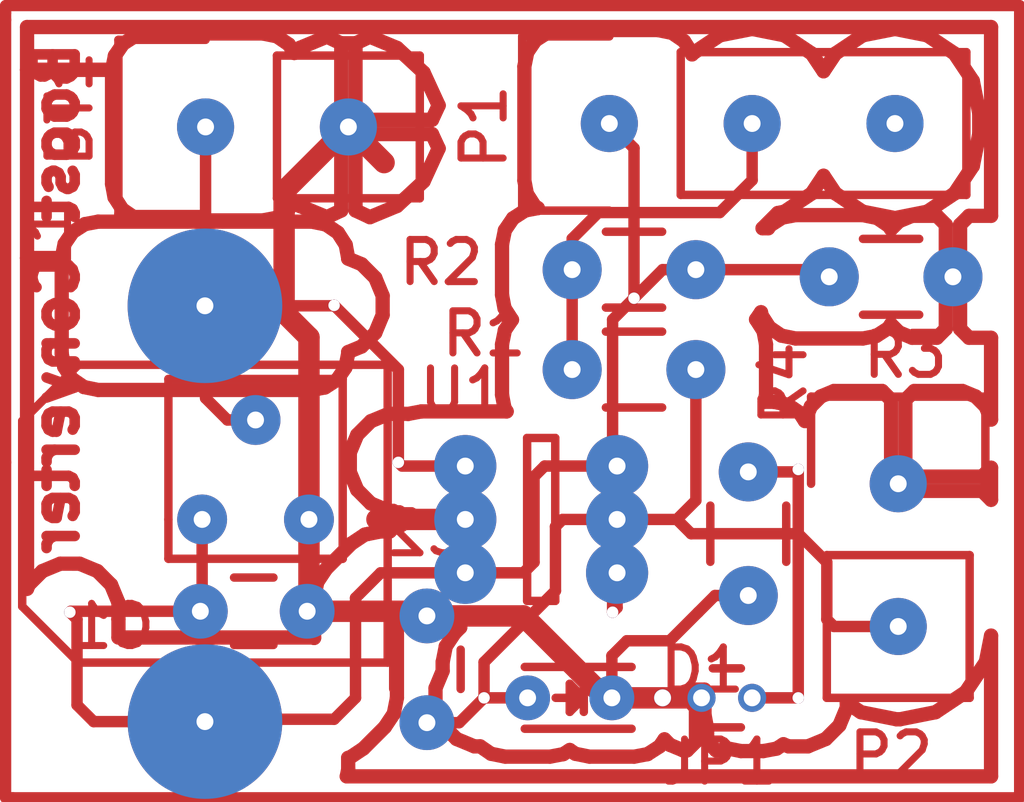
<source format=kicad_pcb>
(kicad_pcb (version 4) (host Gerbview "4.0.4-stable")

  (layers 
    (0 F.Cu signal)
    (31 B.Cu signal)
    (32 B.Adhes user)
    (33 F.Adhes user)
    (34 B.Paste user)
    (35 F.Paste user)
    (36 B.SilkS user)
    (37 F.SilkS user)
    (38 B.Mask user)
    (39 F.Mask user)
    (40 Dwgs.User user)
    (41 Cmts.User user)
    (42 Eco1.User user)
    (43 Eco2.User user)
    (44 Edge.Cuts user)
    (45 Margin user)
    (46 B.CrtYd user)
    (47 F.CrtYd user)
    (48 B.Fab user)
    (49 F.Fab user)
  )

 (via (at 160.782 116.205) (size 0.203) (layers F.Cu B.Cu))
 (via (at 165.481 110.744) (size 0.203) (layers F.Cu B.Cu))
 (via (at 166.624 113.538) (size 0.203) (layers F.Cu B.Cu))
 (via (at 168.148 117.729) (size 0.203) (layers F.Cu B.Cu))
 (via (at 170.434 116.205) (size 0.203) (layers F.Cu B.Cu))
 (via (at 170.815 110.617) (size 0.203) (layers F.Cu B.Cu))
 (via (at 173.736 113.665) (size 0.203) (layers F.Cu B.Cu))
 (via (at 173.736 117.729) (size 0.203) (layers F.Cu B.Cu))
 (via (at 171.323 117.729) (size 0.304) (layers F.Cu B.Cu))
 (via (at 163.195 107.569) (size 1.016) (layers F.Cu B.Cu))
 (via (at 165.735 107.569) (size 1.016) (layers F.Cu B.Cu))
 (via (at 170.376 107.508) (size 1.016) (layers F.Cu B.Cu))
 (via (at 172.916 107.508) (size 1.016) (layers F.Cu B.Cu))
 (via (at 175.456 107.508) (size 1.016) (layers F.Cu B.Cu))
 (via (at 175.514 113.919) (size 1.016) (layers F.Cu B.Cu))
 (via (at 175.514 116.459) (size 1.016) (layers F.Cu B.Cu))
 (via (at 163.102 116.188) (size 0.975) (layers F.Cu B.Cu))
 (via (at 165.002 116.188) (size 0.975) (layers F.Cu B.Cu))
 (via (at 167.132 118.171) (size 0.975) (layers F.Cu B.Cu))
 (via (at 167.132 116.271) (size 0.975) (layers F.Cu B.Cu))
 (via (at 165.034 114.554) (size 0.887) (layers F.Cu B.Cu))
 (via (at 163.134 114.554) (size 0.887) (layers F.Cu B.Cu))
 (via (at 164.084 112.784) (size 0.887) (layers F.Cu B.Cu))
(segment (start 164.084 112.784) (end 163.584 112.784) (width 0.203) (layer F.Cu) (net 0))
(segment (start 163.195 112.395) (end 163.195 107.569) (width 0.203) (layer F.Cu) (net 0))
(segment (start 163.584 112.784) (end 163.195 112.395) (width 0.203) (layer F.Cu) (net 0))
(segment (start 167.132 116.271) (end 168.849 116.271) (width 0.381) (layer F.Cu) (net 0))
(segment (start 170.307 117.729) (end 171.323 117.729) (width 0.381) (layer F.Cu) (net 0))
(segment (start 168.849 116.271) (end 170.307 117.729) (width 0.381) (layer F.Cu) (net 0))
(segment (start 164.592 110.871) (end 164.592 108.712) (width 0.381) (layer F.Cu) (net 0))
(segment (start 165.034 111.313) (end 164.592 110.871) (width 0.381) (layer F.Cu) (net 0))
(segment (start 165.034 114.554) (end 165.034 111.313) (width 0.381) (layer F.Cu) (net 0))
(segment (start 164.592 108.712) (end 165.735 107.569) (width 0.381) (layer F.Cu) (net 0))
(segment (start 165.034 114.554) (end 165.034 116.156) (width 0.381) (layer F.Cu) (net 0))
(segment (start 165.034 116.156) (end 165.002 116.188) (width 0.381) (layer F.Cu) (net 0))
(segment (start 165.002 116.188) (end 167.049 116.188) (width 0.381) (layer F.Cu) (net 0))
(segment (start 167.049 116.188) (end 167.132 116.271) (width 0.381) (layer F.Cu) (net 0))
(segment (start 165.034 116.156) (end 165.002 116.188) (width 0.4) (layer F.Cu) (net 0))
(segment (start 165.085 116.271) (end 165.002 116.188) (width 0.4) (layer F.Cu) (net 0))
(segment (start 165.002 114.586) (end 165.034 114.554) (width 0.25) (layer F.Cu) (net 0))
(segment (start 163.102 116.188) (end 160.799 116.188) (width 0.203) (layer F.Cu) (net 0))
(segment (start 160.799 116.188) (end 160.782 116.205) (width 0.203) (layer F.Cu) (net 0))
(segment (start 163.134 114.554) (end 163.134 116.156) (width 0.203) (layer F.Cu) (net 0))
(segment (start 163.134 116.156) (end 163.102 116.188) (width 0.203) (layer F.Cu) (net 0))
(segment (start 163.102 114.586) (end 163.134 114.554) (width 0.25) (layer F.Cu) (net 0))
(segment (start 163.102 114.649) (end 163.007 114.554) (width 0.25) (layer F.Cu) (net 0))
(segment (start 167.706 118.171) (end 167.132 118.171) (width 0.203) (layer F.Cu) (net 0))
(segment (start 168.148 117.729) (end 167.706 118.171) (width 0.203) (layer F.Cu) (net 0))
(segment (start 173.736 117.729) (end 173.736 113.665) (width 0.203) (layer F.Cu) (net 0))
(segment (start 170.815 110.617) (end 170.815 107.947) (width 0.203) (layer F.Cu) (net 0))
(segment (start 170.815 107.947) (end 170.376 107.508) (width 0.203) (layer F.Cu) (net 0))
(segment (start 170.434 110.998) (end 170.434 116.205) (width 0.203) (layer F.Cu) (net 0))
(segment (start 170.815 110.617) (end 170.434 110.998) (width 0.203) (layer F.Cu) (net 0))
(segment (start 166.624 111.887) (end 166.624 113.538) (width 0.203) (layer F.Cu) (net 0))
(segment (start 165.481 110.744) (end 166.624 111.887) (width 0.203) (layer F.Cu) (net 0))
(segment (start 160.47443 106.52772) (end 160.51014 106.63486) (width 0.1875) (layer F.Cu) (net 0))
(segment (start 160.51014 106.63486) (end 160.54586 106.67057) (width 0.1875) (layer F.Cu) (net 0))
(segment (start 160.54586 106.67057) (end 160.61729 106.70629) (width 0.1875) (layer F.Cu) (net 0))
(segment (start 160.61729 106.70629) (end 160.72443 106.70629) (width 0.1875) (layer F.Cu) (net 0))
(segment (start 160.72443 106.70629) (end 160.79586 106.67057) (width 0.1875) (layer F.Cu) (net 0))
(segment (start 160.79586 106.67057) (end 160.83157 106.63486) (width 0.1875) (layer F.Cu) (net 0))
(segment (start 160.83157 106.63486) (end 160.86729 106.56343) (width 0.1875) (layer F.Cu) (net 0))
(segment (start 160.86729 106.56343) (end 160.86729 106.27772) (width 0.1875) (layer F.Cu) (net 0))
(segment (start 160.86729 106.27772) (end 160.11729 106.27772) (width 0.1875) (layer F.Cu) (net 0))
(segment (start 160.11729 106.27772) (end 160.11729 106.52772) (width 0.1875) (layer F.Cu) (net 0))
(segment (start 160.11729 106.52772) (end 160.153 106.59914) (width 0.1875) (layer F.Cu) (net 0))
(segment (start 160.153 106.59914) (end 160.18871 106.63486) (width 0.1875) (layer F.Cu) (net 0))
(segment (start 160.18871 106.63486) (end 160.26014 106.67057) (width 0.1875) (layer F.Cu) (net 0))
(segment (start 160.26014 106.67057) (end 160.33157 106.67057) (width 0.1875) (layer F.Cu) (net 0))
(segment (start 160.33157 106.67057) (end 160.403 106.63486) (width 0.1875) (layer F.Cu) (net 0))
(segment (start 160.403 106.63486) (end 160.43871 106.59914) (width 0.1875) (layer F.Cu) (net 0))
(segment (start 160.43871 106.59914) (end 160.47443 106.52772) (width 0.1875) (layer F.Cu) (net 0))
(segment (start 160.47443 106.52772) (end 160.47443 106.27772) (width 0.1875) (layer F.Cu) (net 0))
(segment (start 160.86729 107.13486) (end 160.83157 107.06343) (width 0.1875) (layer F.Cu) (net 0))
(segment (start 160.83157 107.06343) (end 160.79586 107.02772) (width 0.1875) (layer F.Cu) (net 0))
(segment (start 160.79586 107.02772) (end 160.72443 106.992) (width 0.1875) (layer F.Cu) (net 0))
(segment (start 160.72443 106.992) (end 160.51014 106.992) (width 0.1875) (layer F.Cu) (net 0))
(segment (start 160.51014 106.992) (end 160.43871 107.02772) (width 0.1875) (layer F.Cu) (net 0))
(segment (start 160.43871 107.02772) (end 160.403 107.06343) (width 0.1875) (layer F.Cu) (net 0))
(segment (start 160.403 107.06343) (end 160.36729 107.13486) (width 0.1875) (layer F.Cu) (net 0))
(segment (start 160.36729 107.13486) (end 160.36729 107.242) (width 0.1875) (layer F.Cu) (net 0))
(segment (start 160.36729 107.242) (end 160.403 107.31343) (width 0.1875) (layer F.Cu) (net 0))
(segment (start 160.403 107.31343) (end 160.43871 107.34914) (width 0.1875) (layer F.Cu) (net 0))
(segment (start 160.43871 107.34914) (end 160.51014 107.38486) (width 0.1875) (layer F.Cu) (net 0))
(segment (start 160.51014 107.38486) (end 160.72443 107.38486) (width 0.1875) (layer F.Cu) (net 0))
(segment (start 160.72443 107.38486) (end 160.79586 107.34914) (width 0.1875) (layer F.Cu) (net 0))
(segment (start 160.79586 107.34914) (end 160.83157 107.31343) (width 0.1875) (layer F.Cu) (net 0))
(segment (start 160.83157 107.31343) (end 160.86729 107.242) (width 0.1875) (layer F.Cu) (net 0))
(segment (start 160.86729 107.242) (end 160.86729 107.13486) (width 0.1875) (layer F.Cu) (net 0))
(segment (start 160.86729 107.81343) (end 160.83157 107.742) (width 0.1875) (layer F.Cu) (net 0))
(segment (start 160.83157 107.742) (end 160.79586 107.70629) (width 0.1875) (layer F.Cu) (net 0))
(segment (start 160.79586 107.70629) (end 160.72443 107.67057) (width 0.1875) (layer F.Cu) (net 0))
(segment (start 160.72443 107.67057) (end 160.51014 107.67057) (width 0.1875) (layer F.Cu) (net 0))
(segment (start 160.51014 107.67057) (end 160.43871 107.70629) (width 0.1875) (layer F.Cu) (net 0))
(segment (start 160.43871 107.70629) (end 160.403 107.742) (width 0.1875) (layer F.Cu) (net 0))
(segment (start 160.403 107.742) (end 160.36729 107.81343) (width 0.1875) (layer F.Cu) (net 0))
(segment (start 160.36729 107.81343) (end 160.36729 107.92057) (width 0.1875) (layer F.Cu) (net 0))
(segment (start 160.36729 107.92057) (end 160.403 107.992) (width 0.1875) (layer F.Cu) (net 0))
(segment (start 160.403 107.992) (end 160.43871 108.02772) (width 0.1875) (layer F.Cu) (net 0))
(segment (start 160.43871 108.02772) (end 160.51014 108.06343) (width 0.1875) (layer F.Cu) (net 0))
(segment (start 160.51014 108.06343) (end 160.72443 108.06343) (width 0.1875) (layer F.Cu) (net 0))
(segment (start 160.72443 108.06343) (end 160.79586 108.02772) (width 0.1875) (layer F.Cu) (net 0))
(segment (start 160.79586 108.02772) (end 160.83157 107.992) (width 0.1875) (layer F.Cu) (net 0))
(segment (start 160.83157 107.992) (end 160.86729 107.92057) (width 0.1875) (layer F.Cu) (net 0))
(segment (start 160.86729 107.92057) (end 160.86729 107.81343) (width 0.1875) (layer F.Cu) (net 0))
(segment (start 160.83157 108.34914) (end 160.86729 108.42057) (width 0.1875) (layer F.Cu) (net 0))
(segment (start 160.86729 108.42057) (end 160.86729 108.56343) (width 0.1875) (layer F.Cu) (net 0))
(segment (start 160.86729 108.56343) (end 160.83157 108.63486) (width 0.1875) (layer F.Cu) (net 0))
(segment (start 160.83157 108.63486) (end 160.76014 108.67057) (width 0.1875) (layer F.Cu) (net 0))
(segment (start 160.76014 108.67057) (end 160.72443 108.67057) (width 0.1875) (layer F.Cu) (net 0))
(segment (start 160.72443 108.67057) (end 160.653 108.63486) (width 0.1875) (layer F.Cu) (net 0))
(segment (start 160.653 108.63486) (end 160.61729 108.56343) (width 0.1875) (layer F.Cu) (net 0))
(segment (start 160.61729 108.56343) (end 160.61729 108.45629) (width 0.1875) (layer F.Cu) (net 0))
(segment (start 160.61729 108.45629) (end 160.58157 108.38486) (width 0.1875) (layer F.Cu) (net 0))
(segment (start 160.58157 108.38486) (end 160.51014 108.34914) (width 0.1875) (layer F.Cu) (net 0))
(segment (start 160.51014 108.34914) (end 160.47443 108.34914) (width 0.1875) (layer F.Cu) (net 0))
(segment (start 160.47443 108.34914) (end 160.403 108.38486) (width 0.1875) (layer F.Cu) (net 0))
(segment (start 160.403 108.38486) (end 160.36729 108.45629) (width 0.1875) (layer F.Cu) (net 0))
(segment (start 160.36729 108.45629) (end 160.36729 108.56343) (width 0.1875) (layer F.Cu) (net 0))
(segment (start 160.36729 108.56343) (end 160.403 108.63486) (width 0.1875) (layer F.Cu) (net 0))
(segment (start 160.36729 108.88486) (end 160.36729 109.17057) (width 0.1875) (layer F.Cu) (net 0))
(segment (start 160.11729 108.992) (end 160.76014 108.992) (width 0.1875) (layer F.Cu) (net 0))
(segment (start 160.76014 108.992) (end 160.83157 109.02772) (width 0.1875) (layer F.Cu) (net 0))
(segment (start 160.83157 109.02772) (end 160.86729 109.09914) (width 0.1875) (layer F.Cu) (net 0))
(segment (start 160.86729 109.09914) (end 160.86729 109.17057) (width 0.1875) (layer F.Cu) (net 0))
(segment (start 160.79586 110.42057) (end 160.83157 110.38486) (width 0.1875) (layer F.Cu) (net 0))
(segment (start 160.83157 110.38486) (end 160.86729 110.27772) (width 0.1875) (layer F.Cu) (net 0))
(segment (start 160.86729 110.27772) (end 160.86729 110.20629) (width 0.1875) (layer F.Cu) (net 0))
(segment (start 160.86729 110.20629) (end 160.83157 110.09914) (width 0.1875) (layer F.Cu) (net 0))
(segment (start 160.83157 110.09914) (end 160.76014 110.02772) (width 0.1875) (layer F.Cu) (net 0))
(segment (start 160.76014 110.02772) (end 160.68871 109.992) (width 0.1875) (layer F.Cu) (net 0))
(segment (start 160.68871 109.992) (end 160.54586 109.95629) (width 0.1875) (layer F.Cu) (net 0))
(segment (start 160.54586 109.95629) (end 160.43871 109.95629) (width 0.1875) (layer F.Cu) (net 0))
(segment (start 160.43871 109.95629) (end 160.29586 109.992) (width 0.1875) (layer F.Cu) (net 0))
(segment (start 160.29586 109.992) (end 160.22443 110.02772) (width 0.1875) (layer F.Cu) (net 0))
(segment (start 160.22443 110.02772) (end 160.153 110.09914) (width 0.1875) (layer F.Cu) (net 0))
(segment (start 160.153 110.09914) (end 160.11729 110.20629) (width 0.1875) (layer F.Cu) (net 0))
(segment (start 160.11729 110.20629) (end 160.11729 110.27772) (width 0.1875) (layer F.Cu) (net 0))
(segment (start 160.11729 110.27772) (end 160.153 110.38486) (width 0.1875) (layer F.Cu) (net 0))
(segment (start 160.153 110.38486) (end 160.18871 110.42057) (width 0.1875) (layer F.Cu) (net 0))
(segment (start 160.86729 110.84914) (end 160.83157 110.77772) (width 0.1875) (layer F.Cu) (net 0))
(segment (start 160.83157 110.77772) (end 160.79586 110.742) (width 0.1875) (layer F.Cu) (net 0))
(segment (start 160.79586 110.742) (end 160.72443 110.70629) (width 0.1875) (layer F.Cu) (net 0))
(segment (start 160.72443 110.70629) (end 160.51014 110.70629) (width 0.1875) (layer F.Cu) (net 0))
(segment (start 160.51014 110.70629) (end 160.43871 110.742) (width 0.1875) (layer F.Cu) (net 0))
(segment (start 160.43871 110.742) (end 160.403 110.77772) (width 0.1875) (layer F.Cu) (net 0))
(segment (start 160.403 110.77772) (end 160.36729 110.84914) (width 0.1875) (layer F.Cu) (net 0))
(segment (start 160.36729 110.84914) (end 160.36729 110.95629) (width 0.1875) (layer F.Cu) (net 0))
(segment (start 160.36729 110.95629) (end 160.403 111.02772) (width 0.1875) (layer F.Cu) (net 0))
(segment (start 160.403 111.02772) (end 160.43871 111.06343) (width 0.1875) (layer F.Cu) (net 0))
(segment (start 160.43871 111.06343) (end 160.51014 111.09914) (width 0.1875) (layer F.Cu) (net 0))
(segment (start 160.51014 111.09914) (end 160.72443 111.09914) (width 0.1875) (layer F.Cu) (net 0))
(segment (start 160.72443 111.09914) (end 160.79586 111.06343) (width 0.1875) (layer F.Cu) (net 0))
(segment (start 160.79586 111.06343) (end 160.83157 111.02772) (width 0.1875) (layer F.Cu) (net 0))
(segment (start 160.83157 111.02772) (end 160.86729 110.95629) (width 0.1875) (layer F.Cu) (net 0))
(segment (start 160.86729 110.95629) (end 160.86729 110.84914) (width 0.1875) (layer F.Cu) (net 0))
(segment (start 160.36729 111.42057) (end 160.86729 111.42057) (width 0.1875) (layer F.Cu) (net 0))
(segment (start 160.43871 111.42057) (end 160.403 111.45629) (width 0.1875) (layer F.Cu) (net 0))
(segment (start 160.403 111.45629) (end 160.36729 111.52771) (width 0.1875) (layer F.Cu) (net 0))
(segment (start 160.36729 111.52771) (end 160.36729 111.63486) (width 0.1875) (layer F.Cu) (net 0))
(segment (start 160.36729 111.63486) (end 160.403 111.70629) (width 0.1875) (layer F.Cu) (net 0))
(segment (start 160.403 111.70629) (end 160.47443 111.742) (width 0.1875) (layer F.Cu) (net 0))
(segment (start 160.47443 111.742) (end 160.86729 111.742) (width 0.1875) (layer F.Cu) (net 0))
(segment (start 160.36729 112.02771) (end 160.86729 112.20629) (width 0.1875) (layer F.Cu) (net 0))
(segment (start 160.86729 112.20629) (end 160.36729 112.38486) (width 0.1875) (layer F.Cu) (net 0))
(segment (start 160.83157 112.95629) (end 160.86729 112.88486) (width 0.1875) (layer F.Cu) (net 0))
(segment (start 160.86729 112.88486) (end 160.86729 112.742) (width 0.1875) (layer F.Cu) (net 0))
(segment (start 160.86729 112.742) (end 160.83157 112.67057) (width 0.1875) (layer F.Cu) (net 0))
(segment (start 160.83157 112.67057) (end 160.76014 112.63486) (width 0.1875) (layer F.Cu) (net 0))
(segment (start 160.76014 112.63486) (end 160.47443 112.63486) (width 0.1875) (layer F.Cu) (net 0))
(segment (start 160.47443 112.63486) (end 160.403 112.67057) (width 0.1875) (layer F.Cu) (net 0))
(segment (start 160.403 112.67057) (end 160.36729 112.742) (width 0.1875) (layer F.Cu) (net 0))
(segment (start 160.36729 112.742) (end 160.36729 112.88486) (width 0.1875) (layer F.Cu) (net 0))
(segment (start 160.36729 112.88486) (end 160.403 112.95629) (width 0.1875) (layer F.Cu) (net 0))
(segment (start 160.403 112.95629) (end 160.47443 112.992) (width 0.1875) (layer F.Cu) (net 0))
(segment (start 160.47443 112.992) (end 160.54586 112.992) (width 0.1875) (layer F.Cu) (net 0))
(segment (start 160.54586 112.992) (end 160.61729 112.63486) (width 0.1875) (layer F.Cu) (net 0))
(segment (start 160.86729 113.31343) (end 160.36729 113.31343) (width 0.1875) (layer F.Cu) (net 0))
(segment (start 160.51014 113.31343) (end 160.43871 113.34914) (width 0.1875) (layer F.Cu) (net 0))
(segment (start 160.43871 113.34914) (end 160.403 113.38486) (width 0.1875) (layer F.Cu) (net 0))
(segment (start 160.403 113.38486) (end 160.36729 113.45629) (width 0.1875) (layer F.Cu) (net 0))
(segment (start 160.36729 113.45629) (end 160.36729 113.52771) (width 0.1875) (layer F.Cu) (net 0))
(segment (start 160.36729 113.67057) (end 160.36729 113.95629) (width 0.1875) (layer F.Cu) (net 0))
(segment (start 160.11729 113.77771) (end 160.76014 113.77771) (width 0.1875) (layer F.Cu) (net 0))
(segment (start 160.76014 113.77771) (end 160.83157 113.81343) (width 0.1875) (layer F.Cu) (net 0))
(segment (start 160.83157 113.81343) (end 160.86729 113.88486) (width 0.1875) (layer F.Cu) (net 0))
(segment (start 160.86729 113.88486) (end 160.86729 113.95629) (width 0.1875) (layer F.Cu) (net 0))
(segment (start 160.83157 114.492) (end 160.86729 114.42057) (width 0.1875) (layer F.Cu) (net 0))
(segment (start 160.86729 114.42057) (end 160.86729 114.27771) (width 0.1875) (layer F.Cu) (net 0))
(segment (start 160.86729 114.27771) (end 160.83157 114.20629) (width 0.1875) (layer F.Cu) (net 0))
(segment (start 160.83157 114.20629) (end 160.76014 114.17057) (width 0.1875) (layer F.Cu) (net 0))
(segment (start 160.76014 114.17057) (end 160.47443 114.17057) (width 0.1875) (layer F.Cu) (net 0))
(segment (start 160.47443 114.17057) (end 160.403 114.20629) (width 0.1875) (layer F.Cu) (net 0))
(segment (start 160.403 114.20629) (end 160.36729 114.27771) (width 0.1875) (layer F.Cu) (net 0))
(segment (start 160.36729 114.27771) (end 160.36729 114.42057) (width 0.1875) (layer F.Cu) (net 0))
(segment (start 160.36729 114.42057) (end 160.403 114.492) (width 0.1875) (layer F.Cu) (net 0))
(segment (start 160.403 114.492) (end 160.47443 114.52771) (width 0.1875) (layer F.Cu) (net 0))
(segment (start 160.47443 114.52771) (end 160.54586 114.52771) (width 0.1875) (layer F.Cu) (net 0))
(segment (start 160.54586 114.52771) (end 160.61729 114.17057) (width 0.1875) (layer F.Cu) (net 0))
(segment (start 160.86729 114.84914) (end 160.36729 114.84914) (width 0.1875) (layer F.Cu) (net 0))
(segment (start 160.51014 114.84914) (end 160.43871 114.88486) (width 0.1875) (layer F.Cu) (net 0))
(segment (start 160.43871 114.88486) (end 160.403 114.92057) (width 0.1875) (layer F.Cu) (net 0))
(segment (start 160.403 114.92057) (end 160.36729 114.992) (width 0.1875) (layer F.Cu) (net 0))
(segment (start 160.36729 114.992) (end 160.36729 115.06343) (width 0.1875) (layer F.Cu) (net 0))
(segment (start 163.702 116.788) (end 164.402 116.788) (width 0.15) (layer F.Cu) (net 0))
(segment (start 164.402 115.588) (end 163.702 115.588) (width 0.15) (layer F.Cu) (net 0))
(segment (start 167.732 117.571) (end 167.732 116.871) (width 0.15) (layer F.Cu) (net 0))
(segment (start 166.532 116.871) (end 166.532 117.571) (width 0.15) (layer F.Cu) (net 0))
(segment (start 162.534 114.554) (end 162.534 112.054) (width 0.15) (layer F.Cu) (net 0))
(segment (start 162.534 112.054) (end 165.634 112.054) (width 0.15) (layer F.Cu) (net 0))
(segment (start 165.634 112.054) (end 165.634 115.254) (width 0.15) (layer F.Cu) (net 0))
(segment (start 165.634 115.254) (end 162.534 115.254) (width 0.15) (layer F.Cu) (net 0))
(segment (start 162.534 115.254) (end 162.534 114.554) (width 0.15) (layer F.Cu) (net 0))
(segment (start 161.669 116.72686) (end 161.70471 116.76257) (width 0.125) (layer F.Cu) (net 0))
(segment (start 161.70471 116.76257) (end 161.81186 116.79829) (width 0.125) (layer F.Cu) (net 0))
(segment (start 161.81186 116.79829) (end 161.88329 116.79829) (width 0.125) (layer F.Cu) (net 0))
(segment (start 161.88329 116.79829) (end 161.99043 116.76257) (width 0.125) (layer F.Cu) (net 0))
(segment (start 161.99043 116.76257) (end 162.06186 116.69114) (width 0.125) (layer F.Cu) (net 0))
(segment (start 162.06186 116.69114) (end 162.09757 116.61971) (width 0.125) (layer F.Cu) (net 0))
(segment (start 162.09757 116.61971) (end 162.13329 116.47686) (width 0.125) (layer F.Cu) (net 0))
(segment (start 162.13329 116.47686) (end 162.13329 116.36971) (width 0.125) (layer F.Cu) (net 0))
(segment (start 162.13329 116.36971) (end 162.09757 116.22686) (width 0.125) (layer F.Cu) (net 0))
(segment (start 162.09757 116.22686) (end 162.06186 116.15543) (width 0.125) (layer F.Cu) (net 0))
(segment (start 162.06186 116.15543) (end 161.99043 116.084) (width 0.125) (layer F.Cu) (net 0))
(segment (start 161.99043 116.084) (end 161.88329 116.04829) (width 0.125) (layer F.Cu) (net 0))
(segment (start 161.88329 116.04829) (end 161.81186 116.04829) (width 0.125) (layer F.Cu) (net 0))
(segment (start 161.81186 116.04829) (end 161.70471 116.084) (width 0.125) (layer F.Cu) (net 0))
(segment (start 161.70471 116.084) (end 161.669 116.11971) (width 0.125) (layer F.Cu) (net 0))
(segment (start 160.95471 116.79829) (end 161.38329 116.79829) (width 0.125) (layer F.Cu) (net 0))
(segment (start 161.169 116.79829) (end 161.169 116.04829) (width 0.125) (layer F.Cu) (net 0))
(segment (start 161.169 116.04829) (end 161.24043 116.15543) (width 0.125) (layer F.Cu) (net 0))
(segment (start 161.24043 116.15543) (end 161.31186 116.22686) (width 0.125) (layer F.Cu) (net 0))
(segment (start 161.31186 116.22686) (end 161.38329 116.26257) (width 0.125) (layer F.Cu) (net 0))
(segment (start 167.257 115.07586) (end 167.29271 115.11157) (width 0.125) (layer F.Cu) (net 0))
(segment (start 167.29271 115.11157) (end 167.39986 115.14729) (width 0.125) (layer F.Cu) (net 0))
(segment (start 167.39986 115.14729) (end 167.47129 115.14729) (width 0.125) (layer F.Cu) (net 0))
(segment (start 167.47129 115.14729) (end 167.57843 115.11157) (width 0.125) (layer F.Cu) (net 0))
(segment (start 167.57843 115.11157) (end 167.64986 115.04014) (width 0.125) (layer F.Cu) (net 0))
(segment (start 167.64986 115.04014) (end 167.68557 114.96871) (width 0.125) (layer F.Cu) (net 0))
(segment (start 167.68557 114.96871) (end 167.72129 114.82586) (width 0.125) (layer F.Cu) (net 0))
(segment (start 167.72129 114.82586) (end 167.72129 114.71871) (width 0.125) (layer F.Cu) (net 0))
(segment (start 167.72129 114.71871) (end 167.68557 114.57586) (width 0.125) (layer F.Cu) (net 0))
(segment (start 167.68557 114.57586) (end 167.64986 114.50443) (width 0.125) (layer F.Cu) (net 0))
(segment (start 167.64986 114.50443) (end 167.57843 114.433) (width 0.125) (layer F.Cu) (net 0))
(segment (start 167.57843 114.433) (end 167.47129 114.39729) (width 0.125) (layer F.Cu) (net 0))
(segment (start 167.47129 114.39729) (end 167.39986 114.39729) (width 0.125) (layer F.Cu) (net 0))
(segment (start 167.39986 114.39729) (end 167.29271 114.433) (width 0.125) (layer F.Cu) (net 0))
(segment (start 167.29271 114.433) (end 167.257 114.46871) (width 0.125) (layer F.Cu) (net 0))
(segment (start 166.97129 114.46871) (end 166.93557 114.433) (width 0.125) (layer F.Cu) (net 0))
(segment (start 166.93557 114.433) (end 166.86414 114.39729) (width 0.125) (layer F.Cu) (net 0))
(segment (start 166.86414 114.39729) (end 166.68557 114.39729) (width 0.125) (layer F.Cu) (net 0))
(segment (start 166.68557 114.39729) (end 166.61414 114.433) (width 0.125) (layer F.Cu) (net 0))
(segment (start 166.61414 114.433) (end 166.57843 114.46871) (width 0.125) (layer F.Cu) (net 0))
(segment (start 166.57843 114.46871) (end 166.54271 114.54014) (width 0.125) (layer F.Cu) (net 0))
(segment (start 166.54271 114.54014) (end 166.54271 114.61157) (width 0.125) (layer F.Cu) (net 0))
(segment (start 166.54271 114.61157) (end 166.57843 114.71871) (width 0.125) (layer F.Cu) (net 0))
(segment (start 166.57843 114.71871) (end 167.007 115.14729) (width 0.125) (layer F.Cu) (net 0))
(segment (start 167.007 115.14729) (end 166.54271 115.14729) (width 0.125) (layer F.Cu) (net 0))
(segment (start 163.77443 111.53571) (end 163.84586 111.5) (width 0.125) (layer F.Cu) (net 0))
(segment (start 163.84586 111.5) (end 163.91729 111.42857) (width 0.125) (layer F.Cu) (net 0))
(segment (start 163.91729 111.42857) (end 164.02443 111.32143) (width 0.125) (layer F.Cu) (net 0))
(segment (start 164.02443 111.32143) (end 164.09586 111.28571) (width 0.125) (layer F.Cu) (net 0))
(segment (start 164.09586 111.28571) (end 164.16729 111.28571) (width 0.125) (layer F.Cu) (net 0))
(segment (start 164.13157 111.46429) (end 164.203 111.42857) (width 0.125) (layer F.Cu) (net 0))
(segment (start 164.203 111.42857) (end 164.27443 111.35714) (width 0.125) (layer F.Cu) (net 0))
(segment (start 164.27443 111.35714) (end 164.31014 111.21429) (width 0.125) (layer F.Cu) (net 0))
(segment (start 164.31014 111.21429) (end 164.31014 110.96429) (width 0.125) (layer F.Cu) (net 0))
(segment (start 164.31014 110.96429) (end 164.27443 110.82143) (width 0.125) (layer F.Cu) (net 0))
(segment (start 164.27443 110.82143) (end 164.203 110.75) (width 0.125) (layer F.Cu) (net 0))
(segment (start 164.203 110.75) (end 164.13157 110.71429) (width 0.125) (layer F.Cu) (net 0))
(segment (start 164.13157 110.71429) (end 163.98871 110.71429) (width 0.125) (layer F.Cu) (net 0))
(segment (start 163.98871 110.71429) (end 163.91729 110.75) (width 0.125) (layer F.Cu) (net 0))
(segment (start 163.91729 110.75) (end 163.84586 110.82143) (width 0.125) (layer F.Cu) (net 0))
(segment (start 163.84586 110.82143) (end 163.81014 110.96429) (width 0.125) (layer F.Cu) (net 0))
(segment (start 163.81014 110.96429) (end 163.81014 111.21429) (width 0.125) (layer F.Cu) (net 0))
(segment (start 163.81014 111.21429) (end 163.84586 111.35714) (width 0.125) (layer F.Cu) (net 0))
(segment (start 163.84586 111.35714) (end 163.91729 111.42857) (width 0.125) (layer F.Cu) (net 0))
(segment (start 163.91729 111.42857) (end 163.98871 111.46429) (width 0.125) (layer F.Cu) (net 0))
(segment (start 163.98871 111.46429) (end 164.13157 111.46429) (width 0.125) (layer F.Cu) (net 0))
(segment (start 163.09586 111.46429) (end 163.52443 111.46429) (width 0.125) (layer F.Cu) (net 0))
(segment (start 163.31014 111.46429) (end 163.31014 110.71429) (width 0.125) (layer F.Cu) (net 0))
(segment (start 163.31014 110.71429) (end 163.38157 110.82143) (width 0.125) (layer F.Cu) (net 0))
(segment (start 163.38157 110.82143) (end 163.453 110.89286) (width 0.125) (layer F.Cu) (net 0))
(segment (start 163.453 110.89286) (end 163.52443 110.92857) (width 0.125) (layer F.Cu) (net 0))
 (via (at 168.9227 117.729) (size 0.79756) (layers F.Cu B.Cu))
 (via (at 170.4213 117.729) (size 0.79756) (layers F.Cu B.Cu))
 (via (at 163.184 110.752) (size 2.75) (layers F.Cu B.Cu))
 (via (at 163.184 118.152) (size 2.75) (layers F.Cu B.Cu))
 (via (at 171.915 111.887) (size 1.05) (layers F.Cu B.Cu))
 (via (at 169.715 111.887) (size 1.05) (layers F.Cu B.Cu))
 (via (at 169.715 110.109) (size 1.05) (layers F.Cu B.Cu))
 (via (at 171.915 110.109) (size 1.05) (layers F.Cu B.Cu))
 (via (at 174.287 110.236) (size 1.05) (layers F.Cu B.Cu))
 (via (at 176.487 110.236) (size 1.05) (layers F.Cu B.Cu))
 (via (at 172.847 115.908) (size 1.05) (layers F.Cu B.Cu))
 (via (at 172.847 113.708) (size 1.05) (layers F.Cu B.Cu))
 (via (at 167.814 113.604) (size 1.105) (layers F.Cu B.Cu))
 (via (at 167.814 114.554) (size 1.105) (layers F.Cu B.Cu))
 (via (at 167.814 115.504) (size 1.105) (layers F.Cu B.Cu))
 (via (at 170.514 115.504) (size 1.105) (layers F.Cu B.Cu))
 (via (at 170.514 113.604) (size 1.105) (layers F.Cu B.Cu))
 (via (at 170.514 114.554) (size 1.105) (layers F.Cu B.Cu))
 (via (at 172.916 117.729) (size 0.5) (layers F.Cu B.Cu))
 (via (at 172.016 117.729) (size 0.5) (layers F.Cu B.Cu))
(segment (start 167.814 114.554) (end 166.243 114.554) (width 0.381) (layer F.Cu) (net 0))
(segment (start 171.323 117.729) (end 172.016 117.729) (width 0.381) (layer F.Cu) (net 0))
(segment (start 166.37 108.204) (end 165.735 107.569) (width 0.381) (layer F.Cu) (net 0))
(segment (start 161.205 118.152) (end 163.184 118.152) (width 0.203) (layer F.Cu) (net 0))
(segment (start 160.909 117.856) (end 161.205 118.152) (width 0.203) (layer F.Cu) (net 0))
(segment (start 160.909 116.332) (end 160.909 117.856) (width 0.203) (layer F.Cu) (net 0))
(segment (start 160.782 116.205) (end 160.909 116.332) (width 0.203) (layer F.Cu) (net 0))
(segment (start 170.514 113.604) (end 169.225 113.604) (width 0.203) (layer F.Cu) (net 0))
(segment (start 168.849 115.504) (end 167.814 115.504) (width 0.203) (layer F.Cu) (net 0))
(segment (start 169.037 115.316) (end 168.849 115.504) (width 0.203) (layer F.Cu) (net 0))
(segment (start 169.037 113.792) (end 169.037 115.316) (width 0.203) (layer F.Cu) (net 0))
(segment (start 169.225 113.604) (end 169.037 113.792) (width 0.203) (layer F.Cu) (net 0))
(segment (start 167.814 115.504) (end 166.309 115.504) (width 0.203) (layer F.Cu) (net 0))
(segment (start 165.481 118.11) (end 163.226 118.11) (width 0.203) (layer F.Cu) (net 0))
(segment (start 165.862 117.729) (end 165.481 118.11) (width 0.203) (layer F.Cu) (net 0))
(segment (start 165.862 115.951) (end 165.862 117.729) (width 0.203) (layer F.Cu) (net 0))
(segment (start 166.309 115.504) (end 165.862 115.951) (width 0.203) (layer F.Cu) (net 0))
(segment (start 163.226 118.11) (end 163.184 118.152) (width 0.203) (layer F.Cu) (net 0))
(segment (start 163.184 118.152) (end 163.184 118.099) (width 0.25) (layer F.Cu) (net 0))
(segment (start 170.514 114.554) (end 169.545 114.554) (width 0.203) (layer F.Cu) (net 0))
(segment (start 168.148 117.094) (end 168.148 117.729) (width 0.203) (layer F.Cu) (net 0))
(segment (start 169.418 115.824) (end 168.148 117.094) (width 0.203) (layer F.Cu) (net 0))
(segment (start 169.418 114.681) (end 169.418 115.824) (width 0.203) (layer F.Cu) (net 0))
(segment (start 169.545 114.554) (end 169.418 114.681) (width 0.203) (layer F.Cu) (net 0))
(segment (start 168.9227 117.729) (end 168.148 117.729) (width 0.203) (layer F.Cu) (net 0))
(segment (start 173.482 114.808) (end 173.736 114.808) (width 0.203) (layer F.Cu) (net 0))
(segment (start 171.831 114.808) (end 173.482 114.808) (width 0.203) (layer F.Cu) (net 0))
(segment (start 171.577 114.554) (end 171.831 114.808) (width 0.203) (layer F.Cu) (net 0))
(segment (start 174.371 116.459) (end 175.514 116.459) (width 0.203) (layer F.Cu) (net 0))
(segment (start 174.244 116.332) (end 174.371 116.459) (width 0.203) (layer F.Cu) (net 0))
(segment (start 174.244 115.316) (end 174.244 116.332) (width 0.203) (layer F.Cu) (net 0))
(segment (start 173.736 114.808) (end 174.244 115.316) (width 0.203) (layer F.Cu) (net 0))
(segment (start 171.915 111.887) (end 171.915 114.216) (width 0.203) (layer F.Cu) (net 0))
(segment (start 171.577 114.554) (end 170.514 114.554) (width 0.203) (layer F.Cu) (net 0))
(segment (start 171.915 114.216) (end 171.577 114.554) (width 0.203) (layer F.Cu) (net 0))
(segment (start 172.847 115.908) (end 172.255 115.908) (width 0.203) (layer F.Cu) (net 0))
(segment (start 170.4213 116.9797) (end 170.4213 117.729) (width 0.203) (layer F.Cu) (net 0))
(segment (start 170.688 116.713) (end 170.4213 116.9797) (width 0.203) (layer F.Cu) (net 0))
(segment (start 171.45 116.713) (end 170.688 116.713) (width 0.203) (layer F.Cu) (net 0))
(segment (start 171.958 116.205) (end 171.45 116.713) (width 0.203) (layer F.Cu) (net 0))
(segment (start 172.255 115.908) (end 171.958 116.205) (width 0.203) (layer F.Cu) (net 0))
(segment (start 172.847 115.908) (end 172.763 115.908) (width 0.25) (layer F.Cu) (net 0))
(segment (start 172.916 117.729) (end 173.736 117.729) (width 0.203) (layer F.Cu) (net 0))
(segment (start 173.693 113.708) (end 172.847 113.708) (width 0.203) (layer F.Cu) (net 0))
(segment (start 173.736 113.665) (end 173.693 113.708) (width 0.203) (layer F.Cu) (net 0))
(segment (start 171.915 110.109) (end 171.323 110.109) (width 0.203) (layer F.Cu) (net 0))
(segment (start 171.323 110.109) (end 170.815 110.617) (width 0.203) (layer F.Cu) (net 0))
(segment (start 170.514 116.125) (end 170.514 115.504) (width 0.203) (layer F.Cu) (net 0))
(segment (start 170.434 116.205) (end 170.514 116.125) (width 0.203) (layer F.Cu) (net 0))
(segment (start 171.915 110.109) (end 174.16 110.109) (width 0.203) (layer F.Cu) (net 0))
(segment (start 174.16 110.109) (end 174.287 110.236) (width 0.203) (layer F.Cu) (net 0))
(segment (start 174.16 110.109) (end 174.287 110.236) (width 0.25) (layer F.Cu) (net 0))
(segment (start 169.715 110.109) (end 169.715 109.558) (width 0.203) (layer F.Cu) (net 0))
(segment (start 172.339 109.093) (end 172.916 108.516) (width 0.203) (layer F.Cu) (net 0))
(segment (start 170.18 109.093) (end 172.339 109.093) (width 0.203) (layer F.Cu) (net 0))
(segment (start 169.715 109.558) (end 170.18 109.093) (width 0.203) (layer F.Cu) (net 0))
(segment (start 172.916 108.516) (end 172.916 107.508) (width 0.203) (layer F.Cu) (net 0))
(segment (start 172.916 107.627) (end 172.916 107.508) (width 0.203) (layer F.Cu) (net 0))
(segment (start 169.715 110.109) (end 169.715 111.887) (width 0.203) (layer F.Cu) (net 0))
(segment (start 163.184 110.752) (end 165.473 110.752) (width 0.203) (layer F.Cu) (net 0))
(segment (start 166.69 113.604) (end 167.814 113.604) (width 0.203) (layer F.Cu) (net 0))
(segment (start 166.624 113.538) (end 166.69 113.604) (width 0.203) (layer F.Cu) (net 0))
(segment (start 165.473 110.752) (end 165.481 110.744) (width 0.203) (layer F.Cu) (net 0))
(segment (start 163.184 110.247) (end 163.184 110.752) (width 0.25) (layer F.Cu) (net 0))
(segment (start 166.78211 116.42543) (end 166.78211 116.42543) (width 0) (layer F.Cu) (net 0))
(segment (start 166.78211 116.42543) (end 167.034 116.47644) (width 0.254) (layer F.Cu) (net 0))
(segment (start 167.034 116.47644) (end 167.72399 116.47644) (width 0.254) (layer F.Cu) (net 0))
(segment (start 167.72399 116.47644) (end 167.62722 116.57322) (width 0.254) (layer F.Cu) (net 0))
(segment (start 167.62722 116.57322) (end 167.46756 116.81215) (width 0.254) (layer F.Cu) (net 0))
(segment (start 167.46756 116.81215) (end 167.4115 117.094) (width 0.254) (layer F.Cu) (net 0))
(segment (start 167.4115 117.094) (end 167.4115 117.251) (width 0.254) (layer F.Cu) (net 0))
(segment (start 167.4115 117.251) (end 167.28465 117.55649) (width 0.254) (layer F.Cu) (net 0))
(segment (start 167.28465 117.55649) (end 167.28435 117.90001) (width 0.254) (layer F.Cu) (net 0))
(segment (start 167.28435 117.90001) (end 167.41553 118.21749) (width 0.254) (layer F.Cu) (net 0))
(segment (start 167.41553 118.21749) (end 167.65823 118.46061) (width 0.254) (layer F.Cu) (net 0))
(segment (start 167.65823 118.46061) (end 167.97549 118.59235) (width 0.254) (layer F.Cu) (net 0))
(segment (start 167.97549 118.59235) (end 168.07918 118.59244) (width 0.254) (layer F.Cu) (net 0))
(segment (start 168.07918 118.59244) (end 168.27203 118.72421) (width 0.254) (layer F.Cu) (net 0))
(segment (start 168.27203 118.72421) (end 168.52392 118.77522) (width 0.254) (layer F.Cu) (net 0))
(segment (start 168.52392 118.77522) (end 169.32148 118.77522) (width 0.254) (layer F.Cu) (net 0))
(segment (start 169.32148 118.77522) (end 169.5568 118.73094) (width 0.254) (layer F.Cu) (net 0))
(segment (start 169.5568 118.73094) (end 169.67199 118.65682) (width 0.254) (layer F.Cu) (net 0))
(segment (start 169.67199 118.65682) (end 169.77063 118.72421) (width 0.254) (layer F.Cu) (net 0))
(segment (start 169.77063 118.72421) (end 170.02252 118.77522) (width 0.254) (layer F.Cu) (net 0))
(segment (start 170.02252 118.77522) (end 170.82008 118.77522) (width 0.254) (layer F.Cu) (net 0))
(segment (start 170.82008 118.77522) (end 171.0554 118.73094) (width 0.254) (layer F.Cu) (net 0))
(segment (start 171.0554 118.73094) (end 171.27152 118.59187) (width 0.254) (layer F.Cu) (net 0))
(segment (start 171.27152 118.59187) (end 171.35649 118.46752) (width 0.254) (layer F.Cu) (net 0))
(segment (start 171.35649 118.46752) (end 171.4563 118.56733) (width 0.254) (layer F.Cu) (net 0))
(segment (start 171.4563 118.56733) (end 171.68969 118.664) (width 0.254) (layer F.Cu) (net 0))
(segment (start 171.68969 118.664) (end 171.75725 118.664) (width 0.254) (layer F.Cu) (net 0))
(segment (start 171.75725 118.664) (end 171.916 118.50525) (width 0.254) (layer F.Cu) (net 0))
(segment (start 171.916 118.50525) (end 171.916 117.856) (width 0.254) (layer F.Cu) (net 0))
(segment (start 171.916 117.856) (end 171.869 117.856) (width 0.254) (layer F.Cu) (net 0))
(segment (start 171.869 117.856) (end 171.869 117.602) (width 0.254) (layer F.Cu) (net 0))
(segment (start 171.869 117.602) (end 171.916 117.602) (width 0.254) (layer F.Cu) (net 0))
(segment (start 171.916 117.602) (end 171.916 117.582) (width 0.254) (layer F.Cu) (net 0))
(segment (start 171.916 117.582) (end 172.06856 117.582) (width 0.254) (layer F.Cu) (net 0))
(segment (start 172.06856 117.582) (end 172.06856 118.029) (width 0.254) (layer F.Cu) (net 0))
(segment (start 172.06856 118.029) (end 172.11284 118.26432) (width 0.254) (layer F.Cu) (net 0))
(segment (start 172.11284 118.26432) (end 172.116 118.26923) (width 0.254) (layer F.Cu) (net 0))
(segment (start 172.116 118.26923) (end 172.116 118.50525) (width 0.254) (layer F.Cu) (net 0))
(segment (start 172.116 118.50525) (end 172.27475 118.664) (width 0.254) (layer F.Cu) (net 0))
(segment (start 172.27475 118.664) (end 172.34231 118.664) (width 0.254) (layer F.Cu) (net 0))
(segment (start 172.34231 118.664) (end 172.45328 118.61803) (width 0.254) (layer F.Cu) (net 0))
(segment (start 172.45328 118.61803) (end 172.46411 118.62543) (width 0.254) (layer F.Cu) (net 0))
(segment (start 172.46411 118.62543) (end 172.716 118.67644) (width 0.254) (layer F.Cu) (net 0))
(segment (start 172.716 118.67644) (end 173.116 118.67644) (width 0.254) (layer F.Cu) (net 0))
(segment (start 173.116 118.67644) (end 173.35132 118.63216) (width 0.254) (layer F.Cu) (net 0))
(segment (start 173.35132 118.63216) (end 173.47214 118.55442) (width 0.254) (layer F.Cu) (net 0))
(segment (start 173.47214 118.55442) (end 173.56349 118.59235) (width 0.254) (layer F.Cu) (net 0))
(segment (start 173.56349 118.59235) (end 173.90701 118.59265) (width 0.254) (layer F.Cu) (net 0))
(segment (start 173.90701 118.59265) (end 174.22449 118.46147) (width 0.254) (layer F.Cu) (net 0))
(segment (start 174.22449 118.46147) (end 174.46761 118.21877) (width 0.254) (layer F.Cu) (net 0))
(segment (start 174.46761 118.21877) (end 174.59935 117.90151) (width 0.254) (layer F.Cu) (net 0))
(segment (start 174.59935 117.90151) (end 174.59942 117.817) (width 0.254) (layer F.Cu) (net 0))
(segment (start 174.59942 117.817) (end 174.84985 117.98433) (width 0.254) (layer F.Cu) (net 0))
(segment (start 174.84985 117.98433) (end 175.48166 118.11) (width 0.254) (layer F.Cu) (net 0))
(segment (start 175.48166 118.11) (end 175.54635 118.11) (width 0.254) (layer F.Cu) (net 0))
(segment (start 175.54635 118.11) (end 176.17816 117.98433) (width 0.254) (layer F.Cu) (net 0))
(segment (start 176.17816 117.98433) (end 176.71378 117.62643) (width 0.254) (layer F.Cu) (net 0))
(segment (start 176.71378 117.62643) (end 177.07167 117.09081) (width 0.254) (layer F.Cu) (net 0))
(segment (start 177.07167 117.09081) (end 177.165 116.62161) (width 0.254) (layer F.Cu) (net 0))
(segment (start 177.165 116.62161) (end 177.165 119.126) (width 0.254) (layer F.Cu) (net 0))
(segment (start 177.165 119.126) (end 165.70633 119.126) (width 0.254) (layer F.Cu) (net 0))
(segment (start 165.70633 119.126) (end 165.73144 119.002) (width 0.254) (layer F.Cu) (net 0))
(segment (start 165.73144 119.002) (end 165.73144 118.79668) (width 0.254) (layer F.Cu) (net 0))
(segment (start 165.73144 118.79668) (end 165.76285 118.79044) (width 0.254) (layer F.Cu) (net 0))
(segment (start 165.76285 118.79044) (end 166.00178 118.63078) (width 0.254) (layer F.Cu) (net 0))
(segment (start 166.00178 118.63078) (end 166.38278 118.24978) (width 0.254) (layer F.Cu) (net 0))
(segment (start 166.38278 118.24978) (end 166.54244 118.01085) (width 0.254) (layer F.Cu) (net 0))
(segment (start 166.54244 118.01085) (end 166.5985 117.729) (width 0.254) (layer F.Cu) (net 0))
(segment (start 166.5985 117.729) (end 166.5985 116.29998) (width 0.254) (layer F.Cu) (net 0))
(segment (start 166.5985 116.29998) (end 166.78211 116.42543) (width 0.254) (layer F.Cu) (net 0))
(segment (start 177.165 109.151) (end 177.165 109.151) (width 0) (layer F.Cu) (net 0))
(segment (start 177.165 109.151) (end 176.77275 109.151) (width 0.254) (layer F.Cu) (net 0))
(segment (start 176.77275 109.151) (end 176.614 109.30975) (width 0.254) (layer F.Cu) (net 0))
(segment (start 176.614 109.30975) (end 176.614 110.109) (width 0.254) (layer F.Cu) (net 0))
(segment (start 176.614 110.109) (end 176.634 110.109) (width 0.254) (layer F.Cu) (net 0))
(segment (start 176.634 110.109) (end 176.634 110.363) (width 0.254) (layer F.Cu) (net 0))
(segment (start 176.634 110.363) (end 176.614 110.363) (width 0.254) (layer F.Cu) (net 0))
(segment (start 176.614 110.363) (end 176.614 111.16225) (width 0.254) (layer F.Cu) (net 0))
(segment (start 176.614 111.16225) (end 176.77275 111.321) (width 0.254) (layer F.Cu) (net 0))
(segment (start 176.77275 111.321) (end 177.165 111.321) (width 0.254) (layer F.Cu) (net 0))
(segment (start 177.165 111.321) (end 177.165 112.77669) (width 0.254) (layer F.Cu) (net 0))
(segment (start 177.165 112.77669) (end 177.06833 112.5433) (width 0.254) (layer F.Cu) (net 0))
(segment (start 177.06833 112.5433) (end 176.8897 112.36467) (width 0.254) (layer F.Cu) (net 0))
(segment (start 176.8897 112.36467) (end 176.65631 112.268) (width 0.254) (layer F.Cu) (net 0))
(segment (start 176.65631 112.268) (end 175.79975 112.268) (width 0.254) (layer F.Cu) (net 0))
(segment (start 175.79975 112.268) (end 175.641 112.42675) (width 0.254) (layer F.Cu) (net 0))
(segment (start 175.641 112.42675) (end 175.641 113.792) (width 0.254) (layer F.Cu) (net 0))
(segment (start 175.641 113.792) (end 177.00625 113.792) (width 0.254) (layer F.Cu) (net 0))
(segment (start 177.00625 113.792) (end 177.165 113.63325) (width 0.254) (layer F.Cu) (net 0))
(segment (start 177.165 113.63325) (end 177.165 114.20475) (width 0.254) (layer F.Cu) (net 0))
(segment (start 177.165 114.20475) (end 177.00625 114.046) (width 0.254) (layer F.Cu) (net 0))
(segment (start 177.00625 114.046) (end 175.641 114.046) (width 0.254) (layer F.Cu) (net 0))
(segment (start 175.641 114.046) (end 175.641 114.066) (width 0.254) (layer F.Cu) (net 0))
(segment (start 175.641 114.066) (end 175.387 114.066) (width 0.254) (layer F.Cu) (net 0))
(segment (start 175.387 114.066) (end 175.387 114.046) (width 0.254) (layer F.Cu) (net 0))
(segment (start 175.387 114.046) (end 175.367 114.046) (width 0.254) (layer F.Cu) (net 0))
(segment (start 175.367 114.046) (end 175.367 113.792) (width 0.254) (layer F.Cu) (net 0))
(segment (start 175.367 113.792) (end 175.387 113.792) (width 0.254) (layer F.Cu) (net 0))
(segment (start 175.387 113.792) (end 175.387 112.42675) (width 0.254) (layer F.Cu) (net 0))
(segment (start 175.387 112.42675) (end 175.22825 112.268) (width 0.254) (layer F.Cu) (net 0))
(segment (start 175.22825 112.268) (end 174.37169 112.268) (width 0.254) (layer F.Cu) (net 0))
(segment (start 174.37169 112.268) (end 174.1383 112.36467) (width 0.254) (layer F.Cu) (net 0))
(segment (start 174.1383 112.36467) (end 173.95967 112.5433) (width 0.254) (layer F.Cu) (net 0))
(segment (start 173.95967 112.5433) (end 173.863 112.77669) (width 0.254) (layer F.Cu) (net 0))
(segment (start 173.863 112.77669) (end 173.863 112.80161) (width 0.254) (layer F.Cu) (net 0))
(segment (start 173.863 112.80161) (end 173.85442 112.8016) (width 0.254) (layer F.Cu) (net 0))
(segment (start 173.85442 112.8016) (end 173.76109 112.65656) (width 0.254) (layer F.Cu) (net 0))
(segment (start 173.76109 112.65656) (end 173.54889 112.51157) (width 0.254) (layer F.Cu) (net 0))
(segment (start 173.54889 112.51157) (end 173.297 112.46056) (width 0.254) (layer F.Cu) (net 0))
(segment (start 173.297 112.46056) (end 173.13742 112.46056) (width 0.254) (layer F.Cu) (net 0))
(segment (start 173.13742 112.46056) (end 173.16244 112.337) (width 0.254) (layer F.Cu) (net 0))
(segment (start 173.16244 112.337) (end 173.16244 111.437) (width 0.254) (layer F.Cu) (net 0))
(segment (start 173.16244 111.437) (end 173.11816 111.20168) (width 0.254) (layer F.Cu) (net 0))
(segment (start 173.11816 111.20168) (end 172.98539 110.99535) (width 0.254) (layer F.Cu) (net 0))
(segment (start 172.98539 110.99535) (end 173.0735 110.8664) (width 0.254) (layer F.Cu) (net 0))
(segment (start 173.0735 110.8664) (end 173.08384 110.92132) (width 0.254) (layer F.Cu) (net 0))
(segment (start 173.08384 110.92132) (end 173.22291 111.13744) (width 0.254) (layer F.Cu) (net 0))
(segment (start 173.22291 111.13744) (end 173.43511 111.28243) (width 0.254) (layer F.Cu) (net 0))
(segment (start 173.43511 111.28243) (end 173.687 111.33344) (width 0.254) (layer F.Cu) (net 0))
(segment (start 173.687 111.33344) (end 174.887 111.33344) (width 0.254) (layer F.Cu) (net 0))
(segment (start 174.887 111.33344) (end 175.12232 111.28916) (width 0.254) (layer F.Cu) (net 0))
(segment (start 175.12232 111.28916) (end 175.33844 111.15009) (width 0.254) (layer F.Cu) (net 0))
(segment (start 175.33844 111.15009) (end 175.38497 111.08199) (width 0.254) (layer F.Cu) (net 0))
(segment (start 175.38497 111.08199) (end 175.5273 111.22433) (width 0.254) (layer F.Cu) (net 0))
(segment (start 175.5273 111.22433) (end 175.76069 111.321) (width 0.254) (layer F.Cu) (net 0))
(segment (start 175.76069 111.321) (end 176.20125 111.321) (width 0.254) (layer F.Cu) (net 0))
(segment (start 176.20125 111.321) (end 176.36 111.16225) (width 0.254) (layer F.Cu) (net 0))
(segment (start 176.36 111.16225) (end 176.36 110.363) (width 0.254) (layer F.Cu) (net 0))
(segment (start 176.36 110.363) (end 176.34 110.363) (width 0.254) (layer F.Cu) (net 0))
(segment (start 176.34 110.363) (end 176.34 110.109) (width 0.254) (layer F.Cu) (net 0))
(segment (start 176.34 110.109) (end 176.36 110.109) (width 0.254) (layer F.Cu) (net 0))
(segment (start 176.36 110.109) (end 176.36 109.30975) (width 0.254) (layer F.Cu) (net 0))
(segment (start 176.36 109.30975) (end 176.20125 109.151) (width 0.254) (layer F.Cu) (net 0))
(segment (start 176.20125 109.151) (end 175.76069 109.151) (width 0.254) (layer F.Cu) (net 0))
(segment (start 175.76069 109.151) (end 175.5273 109.24767) (width 0.254) (layer F.Cu) (net 0))
(segment (start 175.5273 109.24767) (end 175.38606 109.38891) (width 0.254) (layer F.Cu) (net 0))
(segment (start 175.38606 109.38891) (end 175.35109 109.33456) (width 0.254) (layer F.Cu) (net 0))
(segment (start 175.35109 109.33456) (end 175.13889 109.18957) (width 0.254) (layer F.Cu) (net 0))
(segment (start 175.13889 109.18957) (end 174.887 109.13856) (width 0.254) (layer F.Cu) (net 0))
(segment (start 174.887 109.13856) (end 173.687 109.13856) (width 0.254) (layer F.Cu) (net 0))
(segment (start 173.687 109.13856) (end 173.45168 109.18284) (width 0.254) (layer F.Cu) (net 0))
(segment (start 173.45168 109.18284) (end 173.23556 109.32191) (width 0.254) (layer F.Cu) (net 0))
(segment (start 173.23556 109.32191) (end 173.20099 109.3725) (width 0.254) (layer F.Cu) (net 0))
(segment (start 173.20099 109.3725) (end 173.10107 109.3725) (width 0.254) (layer F.Cu) (net 0))
(segment (start 173.10107 109.3725) (end 173.37316 109.10041) (width 0.254) (layer F.Cu) (net 0))
(segment (start 173.37316 109.10041) (end 173.48949 109.07727) (width 0.254) (layer F.Cu) (net 0))
(segment (start 173.48949 109.07727) (end 173.97567 108.75242) (width 0.254) (layer F.Cu) (net 0))
(segment (start 173.97567 108.75242) (end 174.186 108.43763) (width 0.254) (layer F.Cu) (net 0))
(segment (start 174.186 108.43763) (end 174.39633 108.75242) (width 0.254) (layer F.Cu) (net 0))
(segment (start 174.39633 108.75242) (end 174.88251 109.07727) (width 0.254) (layer F.Cu) (net 0))
(segment (start 174.88251 109.07727) (end 175.456 109.19135) (width 0.254) (layer F.Cu) (net 0))
(segment (start 175.456 109.19135) (end 176.02949 109.07727) (width 0.254) (layer F.Cu) (net 0))
(segment (start 176.02949 109.07727) (end 176.51567 108.75242) (width 0.254) (layer F.Cu) (net 0))
(segment (start 176.51567 108.75242) (end 176.84053 108.26623) (width 0.254) (layer F.Cu) (net 0))
(segment (start 176.84053 108.26623) (end 176.9546 107.69275) (width 0.254) (layer F.Cu) (net 0))
(segment (start 176.9546 107.69275) (end 176.9546 107.32326) (width 0.254) (layer F.Cu) (net 0))
(segment (start 176.9546 107.32326) (end 176.84053 106.74977) (width 0.254) (layer F.Cu) (net 0))
(segment (start 176.84053 106.74977) (end 176.51567 106.26359) (width 0.254) (layer F.Cu) (net 0))
(segment (start 176.51567 106.26359) (end 176.02949 105.93873) (width 0.254) (layer F.Cu) (net 0))
(segment (start 176.02949 105.93873) (end 175.456 105.82466) (width 0.254) (layer F.Cu) (net 0))
(segment (start 175.456 105.82466) (end 174.88251 105.93873) (width 0.254) (layer F.Cu) (net 0))
(segment (start 174.88251 105.93873) (end 174.39633 106.26359) (width 0.254) (layer F.Cu) (net 0))
(segment (start 174.39633 106.26359) (end 174.186 106.57837) (width 0.254) (layer F.Cu) (net 0))
(segment (start 174.186 106.57837) (end 173.97567 106.26359) (width 0.254) (layer F.Cu) (net 0))
(segment (start 173.97567 106.26359) (end 173.48949 105.93873) (width 0.254) (layer F.Cu) (net 0))
(segment (start 173.48949 105.93873) (end 172.916 105.82466) (width 0.254) (layer F.Cu) (net 0))
(segment (start 172.916 105.82466) (end 172.34251 105.93873) (width 0.254) (layer F.Cu) (net 0))
(segment (start 172.34251 105.93873) (end 171.85633 106.26359) (width 0.254) (layer F.Cu) (net 0))
(segment (start 171.85633 106.26359) (end 171.84676 106.27791) (width 0.254) (layer F.Cu) (net 0))
(segment (start 171.84676 106.27791) (end 171.84276 106.25668) (width 0.254) (layer F.Cu) (net 0))
(segment (start 171.84276 106.25668) (end 171.70369 106.04056) (width 0.254) (layer F.Cu) (net 0))
(segment (start 171.70369 106.04056) (end 171.49149 105.89557) (width 0.254) (layer F.Cu) (net 0))
(segment (start 171.49149 105.89557) (end 171.2396 105.84456) (width 0.254) (layer F.Cu) (net 0))
(segment (start 171.2396 105.84456) (end 169.5124 105.84456) (width 0.254) (layer F.Cu) (net 0))
(segment (start 169.5124 105.84456) (end 169.27708 105.88884) (width 0.254) (layer F.Cu) (net 0))
(segment (start 169.27708 105.88884) (end 169.06096 106.02791) (width 0.254) (layer F.Cu) (net 0))
(segment (start 169.06096 106.02791) (end 168.91597 106.24011) (width 0.254) (layer F.Cu) (net 0))
(segment (start 168.91597 106.24011) (end 168.86496 106.492) (width 0.254) (layer F.Cu) (net 0))
(segment (start 168.86496 106.492) (end 168.86496 108.524) (width 0.254) (layer F.Cu) (net 0))
(segment (start 168.86496 108.524) (end 168.90924 108.75932) (width 0.254) (layer F.Cu) (net 0))
(segment (start 168.90924 108.75932) (end 169.04831 108.97544) (width 0.254) (layer F.Cu) (net 0))
(segment (start 169.04831 108.97544) (end 169.10416 109.0136) (width 0.254) (layer F.Cu) (net 0))
(segment (start 169.10416 109.0136) (end 168.87968 109.05584) (width 0.254) (layer F.Cu) (net 0))
(segment (start 168.87968 109.05584) (end 168.66356 109.19491) (width 0.254) (layer F.Cu) (net 0))
(segment (start 168.66356 109.19491) (end 168.51857 109.40711) (width 0.254) (layer F.Cu) (net 0))
(segment (start 168.51857 109.40711) (end 168.46756 109.659) (width 0.254) (layer F.Cu) (net 0))
(segment (start 168.46756 109.659) (end 168.46756 110.559) (width 0.254) (layer F.Cu) (net 0))
(segment (start 168.46756 110.559) (end 168.51184 110.79432) (width 0.254) (layer F.Cu) (net 0))
(segment (start 168.51184 110.79432) (end 168.64461 111.00065) (width 0.254) (layer F.Cu) (net 0))
(segment (start 168.64461 111.00065) (end 168.51857 111.18511) (width 0.254) (layer F.Cu) (net 0))
(segment (start 168.51857 111.18511) (end 168.46756 111.437) (width 0.254) (layer F.Cu) (net 0))
(segment (start 168.46756 111.437) (end 168.46756 112.337) (width 0.254) (layer F.Cu) (net 0))
(segment (start 168.46756 112.337) (end 168.51184 112.57232) (width 0.254) (layer F.Cu) (net 0))
(segment (start 168.51184 112.57232) (end 168.54996 112.63156) (width 0.254) (layer F.Cu) (net 0))
(segment (start 168.54996 112.63156) (end 167.034 112.63156) (width 0.254) (layer F.Cu) (net 0))
(segment (start 167.034 112.63156) (end 166.79916 112.67575) (width 0.254) (layer F.Cu) (net 0))
(segment (start 166.79916 112.67575) (end 166.79651 112.67465) (width 0.254) (layer F.Cu) (net 0))
(segment (start 166.79651 112.67465) (end 166.45299 112.67435) (width 0.254) (layer F.Cu) (net 0))
(segment (start 166.45299 112.67435) (end 166.13551 112.80553) (width 0.254) (layer F.Cu) (net 0))
(segment (start 166.13551 112.80553) (end 165.89239 113.04823) (width 0.254) (layer F.Cu) (net 0))
(segment (start 165.89239 113.04823) (end 165.76065 113.36549) (width 0.254) (layer F.Cu) (net 0))
(segment (start 165.76065 113.36549) (end 165.76035 113.70901) (width 0.254) (layer F.Cu) (net 0))
(segment (start 165.76035 113.70901) (end 165.89153 114.02649) (width 0.254) (layer F.Cu) (net 0))
(segment (start 165.89153 114.02649) (end 166.13423 114.26961) (width 0.254) (layer F.Cu) (net 0))
(segment (start 166.13423 114.26961) (end 166.45149 114.40135) (width 0.254) (layer F.Cu) (net 0))
(segment (start 166.45149 114.40135) (end 166.53217 114.40142) (width 0.254) (layer F.Cu) (net 0))
(segment (start 166.53217 114.40142) (end 166.55775 114.427) (width 0.254) (layer F.Cu) (net 0))
(segment (start 166.55775 114.427) (end 166.63805 114.427) (width 0.254) (layer F.Cu) (net 0))
(segment (start 166.63805 114.427) (end 166.78211 114.52543) (width 0.254) (layer F.Cu) (net 0))
(segment (start 166.78211 114.52543) (end 166.91912 114.55318) (width 0.254) (layer F.Cu) (net 0))
(segment (start 166.91912 114.55318) (end 166.79868 114.57584) (width 0.254) (layer F.Cu) (net 0))
(segment (start 166.79868 114.57584) (end 166.63526 114.681) (width 0.254) (layer F.Cu) (net 0))
(segment (start 166.63526 114.681) (end 166.55775 114.681) (width 0.254) (layer F.Cu) (net 0))
(segment (start 166.55775 114.681) (end 166.47125 114.7675) (width 0.254) (layer F.Cu) (net 0))
(segment (start 166.47125 114.7675) (end 166.309 114.7675) (width 0.254) (layer F.Cu) (net 0))
(segment (start 166.309 114.7675) (end 166.07392 114.81426) (width 0.254) (layer F.Cu) (net 0))
(segment (start 166.07392 114.81426) (end 166.02715 114.82356) (width 0.254) (layer F.Cu) (net 0))
(segment (start 166.02715 114.82356) (end 165.78822 114.98322) (width 0.254) (layer F.Cu) (net 0))
(segment (start 165.78822 114.98322) (end 165.34122 115.43022) (width 0.254) (layer F.Cu) (net 0))
(segment (start 165.34122 115.43022) (end 165.18156 115.66915) (width 0.254) (layer F.Cu) (net 0))
(segment (start 165.18156 115.66915) (end 165.1255 115.951) (width 0.254) (layer F.Cu) (net 0))
(segment (start 165.1255 115.951) (end 165.1255 116.66296) (width 0.254) (layer F.Cu) (net 0))
(segment (start 165.1255 116.66296) (end 165.084 116.65456) (width 0.254) (layer F.Cu) (net 0))
(segment (start 165.084 116.65456) (end 161.6455 116.65456) (width 0.254) (layer F.Cu) (net 0))
(segment (start 161.6455 116.65456) (end 161.6455 116.332) (width 0.254) (layer F.Cu) (net 0))
(segment (start 161.6455 116.332) (end 161.64539 116.33145) (width 0.254) (layer F.Cu) (net 0))
(segment (start 161.64539 116.33145) (end 161.64565 116.03399) (width 0.254) (layer F.Cu) (net 0))
(segment (start 161.64565 116.03399) (end 161.51447 115.71651) (width 0.254) (layer F.Cu) (net 0))
(segment (start 161.51447 115.71651) (end 161.27177 115.47339) (width 0.254) (layer F.Cu) (net 0))
(segment (start 161.27177 115.47339) (end 160.95451 115.34165) (width 0.254) (layer F.Cu) (net 0))
(segment (start 160.95451 115.34165) (end 160.61099 115.34135) (width 0.254) (layer F.Cu) (net 0))
(segment (start 160.61099 115.34135) (end 160.29351 115.47253) (width 0.254) (layer F.Cu) (net 0))
(segment (start 160.29351 115.47253) (end 160.05039 115.71523) (width 0.254) (layer F.Cu) (net 0))
(segment (start 160.05039 115.71523) (end 160.02 115.78841) (width 0.254) (layer F.Cu) (net 0))
(segment (start 160.02 115.78841) (end 160.02 109.902) (width 0.254) (layer F.Cu) (net 0))
(segment (start 160.02 109.902) (end 160.63656 109.902) (width 0.254) (layer F.Cu) (net 0))
(segment (start 160.63656 109.902) (end 160.63656 111.602) (width 0.254) (layer F.Cu) (net 0))
(segment (start 160.63656 111.602) (end 160.68084 111.83732) (width 0.254) (layer F.Cu) (net 0))
(segment (start 160.68084 111.83732) (end 160.81991 112.05344) (width 0.254) (layer F.Cu) (net 0))
(segment (start 160.81991 112.05344) (end 161.03211 112.19843) (width 0.254) (layer F.Cu) (net 0))
(segment (start 161.03211 112.19843) (end 161.284 112.24944) (width 0.254) (layer F.Cu) (net 0))
(segment (start 161.284 112.24944) (end 165.084 112.24944) (width 0.254) (layer F.Cu) (net 0))
(segment (start 165.084 112.24944) (end 165.31932 112.20516) (width 0.254) (layer F.Cu) (net 0))
(segment (start 165.31932 112.20516) (end 165.53544 112.06609) (width 0.254) (layer F.Cu) (net 0))
(segment (start 165.53544 112.06609) (end 165.68043 111.85389) (width 0.254) (layer F.Cu) (net 0))
(segment (start 165.68043 111.85389) (end 165.73144 111.602) (width 0.254) (layer F.Cu) (net 0))
(segment (start 165.73144 111.602) (end 165.73144 111.57483) (width 0.254) (layer F.Cu) (net 0))
(segment (start 165.73144 111.57483) (end 165.96949 111.47647) (width 0.254) (layer F.Cu) (net 0))
(segment (start 165.96949 111.47647) (end 166.21261 111.23377) (width 0.254) (layer F.Cu) (net 0))
(segment (start 166.21261 111.23377) (end 166.34435 110.91651) (width 0.254) (layer F.Cu) (net 0))
(segment (start 166.34435 110.91651) (end 166.34465 110.57299) (width 0.254) (layer F.Cu) (net 0))
(segment (start 166.34465 110.57299) (end 166.21347 110.25551) (width 0.254) (layer F.Cu) (net 0))
(segment (start 166.21347 110.25551) (end 165.97077 110.01239) (width 0.254) (layer F.Cu) (net 0))
(segment (start 165.97077 110.01239) (end 165.73144 109.91301) (width 0.254) (layer F.Cu) (net 0))
(segment (start 165.73144 109.91301) (end 165.73144 109.902) (width 0.254) (layer F.Cu) (net 0))
(segment (start 165.73144 109.902) (end 165.68716 109.66668) (width 0.254) (layer F.Cu) (net 0))
(segment (start 165.68716 109.66668) (end 165.54809 109.45056) (width 0.254) (layer F.Cu) (net 0))
(segment (start 165.54809 109.45056) (end 165.33589 109.30557) (width 0.254) (layer F.Cu) (net 0))
(segment (start 165.33589 109.30557) (end 165.084 109.25456) (width 0.254) (layer F.Cu) (net 0))
(segment (start 165.084 109.25456) (end 161.284 109.25456) (width 0.254) (layer F.Cu) (net 0))
(segment (start 161.284 109.25456) (end 161.04868 109.29884) (width 0.254) (layer F.Cu) (net 0))
(segment (start 161.04868 109.29884) (end 160.83256 109.43791) (width 0.254) (layer F.Cu) (net 0))
(segment (start 160.83256 109.43791) (end 160.68757 109.65011) (width 0.254) (layer F.Cu) (net 0))
(segment (start 160.68757 109.65011) (end 160.63656 109.902) (width 0.254) (layer F.Cu) (net 0))
(segment (start 160.63656 109.902) (end 160.02 109.902) (width 0.254) (layer F.Cu) (net 0))
(segment (start 160.02 109.902) (end 160.02 106.553) (width 0.254) (layer F.Cu) (net 0))
(segment (start 160.02 106.553) (end 161.53156 106.553) (width 0.254) (layer F.Cu) (net 0))
(segment (start 161.53156 106.553) (end 161.53156 108.585) (width 0.254) (layer F.Cu) (net 0))
(segment (start 161.53156 108.585) (end 161.57584 108.82032) (width 0.254) (layer F.Cu) (net 0))
(segment (start 161.57584 108.82032) (end 161.71491 109.03644) (width 0.254) (layer F.Cu) (net 0))
(segment (start 161.71491 109.03644) (end 161.92711 109.18143) (width 0.254) (layer F.Cu) (net 0))
(segment (start 161.92711 109.18143) (end 162.179 109.23244) (width 0.254) (layer F.Cu) (net 0))
(segment (start 162.179 109.23244) (end 164.211 109.23244) (width 0.254) (layer F.Cu) (net 0))
(segment (start 164.211 109.23244) (end 164.44632 109.18816) (width 0.254) (layer F.Cu) (net 0))
(segment (start 164.44632 109.18816) (end 164.66244 109.04909) (width 0.254) (layer F.Cu) (net 0))
(segment (start 164.66244 109.04909) (end 164.77384 108.88605) (width 0.254) (layer F.Cu) (net 0))
(segment (start 164.77384 108.88605) (end 164.87018 108.97539) (width 0.254) (layer F.Cu) (net 0))
(segment (start 164.87018 108.97539) (end 165.35206 109.17498) (width 0.254) (layer F.Cu) (net 0))
(segment (start 165.35206 109.17498) (end 165.608 109.05584) (width 0.254) (layer F.Cu) (net 0))
(segment (start 165.608 109.05584) (end 165.608 107.696) (width 0.254) (layer F.Cu) (net 0))
(segment (start 165.608 107.696) (end 165.862 107.696) (width 0.254) (layer F.Cu) (net 0))
(segment (start 165.862 107.696) (end 165.862 109.05584) (width 0.254) (layer F.Cu) (net 0))
(segment (start 165.862 109.05584) (end 166.11794 109.17498) (width 0.254) (layer F.Cu) (net 0))
(segment (start 166.11794 109.17498) (end 166.59982 108.97539) (width 0.254) (layer F.Cu) (net 0))
(segment (start 166.59982 108.97539) (end 167.07219 108.53738) (width 0.254) (layer F.Cu) (net 0))
(segment (start 167.07219 108.53738) (end 167.34098 107.95195) (width 0.254) (layer F.Cu) (net 0))
(segment (start 167.34098 107.95195) (end 167.22237 107.696) (width 0.254) (layer F.Cu) (net 0))
(segment (start 167.22237 107.696) (end 165.862 107.696) (width 0.254) (layer F.Cu) (net 0))
(segment (start 165.862 107.696) (end 165.608 107.696) (width 0.254) (layer F.Cu) (net 0))
(segment (start 165.608 107.696) (end 165.588 107.696) (width 0.254) (layer F.Cu) (net 0))
(segment (start 165.588 107.696) (end 165.588 107.442) (width 0.254) (layer F.Cu) (net 0))
(segment (start 165.588 107.442) (end 165.608 107.442) (width 0.254) (layer F.Cu) (net 0))
(segment (start 165.608 107.442) (end 165.608 106.08216) (width 0.254) (layer F.Cu) (net 0))
(segment (start 165.608 106.08216) (end 165.862 106.08216) (width 0.254) (layer F.Cu) (net 0))
(segment (start 165.862 106.08216) (end 165.862 107.442) (width 0.254) (layer F.Cu) (net 0))
(segment (start 165.862 107.442) (end 167.22237 107.442) (width 0.254) (layer F.Cu) (net 0))
(segment (start 167.22237 107.442) (end 167.34098 107.18605) (width 0.254) (layer F.Cu) (net 0))
(segment (start 167.34098 107.18605) (end 167.07219 106.60062) (width 0.254) (layer F.Cu) (net 0))
(segment (start 167.07219 106.60062) (end 166.59982 106.16262) (width 0.254) (layer F.Cu) (net 0))
(segment (start 166.59982 106.16262) (end 166.11794 105.96303) (width 0.254) (layer F.Cu) (net 0))
(segment (start 166.11794 105.96303) (end 165.862 106.08216) (width 0.254) (layer F.Cu) (net 0))
(segment (start 165.862 106.08216) (end 165.608 106.08216) (width 0.254) (layer F.Cu) (net 0))
(segment (start 165.608 106.08216) (end 165.35206 105.96303) (width 0.254) (layer F.Cu) (net 0))
(segment (start 165.35206 105.96303) (end 164.87018 106.16262) (width 0.254) (layer F.Cu) (net 0))
(segment (start 164.87018 106.16262) (end 164.7726 106.2531) (width 0.254) (layer F.Cu) (net 0))
(segment (start 164.7726 106.2531) (end 164.67509 106.10156) (width 0.254) (layer F.Cu) (net 0))
(segment (start 164.67509 106.10156) (end 164.46289 105.95657) (width 0.254) (layer F.Cu) (net 0))
(segment (start 164.46289 105.95657) (end 164.211 105.90556) (width 0.254) (layer F.Cu) (net 0))
(segment (start 164.211 105.90556) (end 162.179 105.90556) (width 0.254) (layer F.Cu) (net 0))
(segment (start 162.179 105.90556) (end 161.94368 105.94984) (width 0.254) (layer F.Cu) (net 0))
(segment (start 161.94368 105.94984) (end 161.72756 106.08891) (width 0.254) (layer F.Cu) (net 0))
(segment (start 161.72756 106.08891) (end 161.58257 106.30111) (width 0.254) (layer F.Cu) (net 0))
(segment (start 161.58257 106.30111) (end 161.53156 106.553) (width 0.254) (layer F.Cu) (net 0))
(segment (start 161.53156 106.553) (end 160.02 106.553) (width 0.254) (layer F.Cu) (net 0))
(segment (start 160.02 106.553) (end 160.02 105.791) (width 0.254) (layer F.Cu) (net 0))
(segment (start 160.02 105.791) (end 177.165 105.791) (width 0.254) (layer F.Cu) (net 0))
(segment (start 177.165 105.791) (end 177.165 109.151) (width 0.254) (layer F.Cu) (net 0))
(segment (start 159.639 119.507) (end 159.639 113.538) (width 0.2) (layer F.Cu) (net 0))
(segment (start 159.766 119.507) (end 159.639 119.507) (width 0.2) (layer F.Cu) (net 0))
(segment (start 177.673 119.507) (end 159.766 119.507) (width 0.2) (layer F.Cu) (net 0))
(segment (start 177.673 119.126) (end 177.673 119.507) (width 0.2) (layer F.Cu) (net 0))
(segment (start 177.673 105.41) (end 177.673 119.126) (width 0.2) (layer F.Cu) (net 0))
(segment (start 159.639 105.41) (end 177.673 105.41) (width 0.2) (layer F.Cu) (net 0))
(segment (start 159.639 105.537) (end 159.639 105.41) (width 0.2) (layer F.Cu) (net 0))
(segment (start 159.639 105.664) (end 159.639 105.537) (width 0.2) (layer F.Cu) (net 0))
(segment (start 159.639 113.538) (end 159.639 105.664) (width 0.2) (layer F.Cu) (net 0))
(segment (start 164.465 106.299) (end 167.005 106.299) (width 0.15) (layer F.Cu) (net 0))
(segment (start 161.645 106.019) (end 163.195 106.019) (width 0.15) (layer F.Cu) (net 0))
(segment (start 164.465 106.299) (end 164.465 108.839) (width 0.15) (layer F.Cu) (net 0))
(segment (start 163.195 109.119) (end 161.645 109.119) (width 0.15) (layer F.Cu) (net 0))
(segment (start 161.645 109.119) (end 161.645 106.019) (width 0.15) (layer F.Cu) (net 0))
(segment (start 164.465 108.839) (end 167.005 108.839) (width 0.15) (layer F.Cu) (net 0))
(segment (start 167.005 108.839) (end 167.005 106.299) (width 0.15) (layer F.Cu) (net 0))
(segment (start 170.772 117.179) (end 168.872 117.179) (width 0.15) (layer F.Cu) (net 0))
(segment (start 170.772 118.279) (end 168.872 118.279) (width 0.15) (layer F.Cu) (net 0))
(segment (start 169.872 117.729) (end 169.422 117.729) (width 0.15) (layer F.Cu) (net 0))
(segment (start 169.922 117.979) (end 169.922 117.479) (width 0.15) (layer F.Cu) (net 0))
(segment (start 169.922 117.729) (end 169.672 117.979) (width 0.15) (layer F.Cu) (net 0))
(segment (start 169.672 117.979) (end 169.672 117.479) (width 0.15) (layer F.Cu) (net 0))
(segment (start 169.672 117.479) (end 169.922 117.729) (width 0.15) (layer F.Cu) (net 0))
(segment (start 160.934 111.802) (end 159.934 112.802) (width 0.15) (layer F.Cu) (net 0))
(segment (start 159.934 116.102) (end 160.934 117.102) (width 0.15) (layer F.Cu) (net 0))
(segment (start 166.434 117.102) (end 160.934 117.102) (width 0.15) (layer F.Cu) (net 0))
(segment (start 159.934 116.102) (end 159.934 112.802) (width 0.15) (layer F.Cu) (net 0))
(segment (start 160.934 111.802) (end 166.434 111.802) (width 0.15) (layer F.Cu) (net 0))
(segment (start 166.434 111.802) (end 166.434 117.102) (width 0.15) (layer F.Cu) (net 0))
(segment (start 171.646 108.778) (end 176.726 108.778) (width 0.15) (layer F.Cu) (net 0))
(segment (start 176.726 108.778) (end 176.726 106.238) (width 0.15) (layer F.Cu) (net 0))
(segment (start 176.726 106.238) (end 171.646 106.238) (width 0.15) (layer F.Cu) (net 0))
(segment (start 168.826 105.958) (end 170.376 105.958) (width 0.15) (layer F.Cu) (net 0))
(segment (start 171.646 106.238) (end 171.646 108.778) (width 0.15) (layer F.Cu) (net 0))
(segment (start 170.376 109.058) (end 168.826 109.058) (width 0.15) (layer F.Cu) (net 0))
(segment (start 168.826 109.058) (end 168.826 105.958) (width 0.15) (layer F.Cu) (net 0))
(segment (start 176.784 115.189) (end 176.784 117.729) (width 0.15) (layer F.Cu) (net 0))
(segment (start 177.064 112.369) (end 177.064 113.919) (width 0.15) (layer F.Cu) (net 0))
(segment (start 176.784 115.189) (end 174.244 115.189) (width 0.15) (layer F.Cu) (net 0))
(segment (start 173.964 113.919) (end 173.964 112.369) (width 0.15) (layer F.Cu) (net 0))
(segment (start 173.964 112.369) (end 177.064 112.369) (width 0.15) (layer F.Cu) (net 0))
(segment (start 174.244 115.189) (end 174.244 117.729) (width 0.15) (layer F.Cu) (net 0))
(segment (start 174.244 117.729) (end 176.784 117.729) (width 0.15) (layer F.Cu) (net 0))
(segment (start 170.315 111.212) (end 171.315 111.212) (width 0.15) (layer F.Cu) (net 0))
(segment (start 171.315 112.562) (end 170.315 112.562) (width 0.15) (layer F.Cu) (net 0))
(segment (start 171.315 110.784) (end 170.315 110.784) (width 0.15) (layer F.Cu) (net 0))
(segment (start 170.315 109.434) (end 171.315 109.434) (width 0.15) (layer F.Cu) (net 0))
(segment (start 175.887 110.911) (end 174.887 110.911) (width 0.15) (layer F.Cu) (net 0))
(segment (start 174.887 109.561) (end 175.887 109.561) (width 0.15) (layer F.Cu) (net 0))
(segment (start 173.522 114.308) (end 173.522 115.308) (width 0.15) (layer F.Cu) (net 0))
(segment (start 172.172 115.308) (end 172.172 114.308) (width 0.15) (layer F.Cu) (net 0))
(segment (start 169.414 113.104) (end 168.914 113.104) (width 0.15) (layer F.Cu) (net 0))
(segment (start 169.414 116.004) (end 169.414 113.104) (width 0.15) (layer F.Cu) (net 0))
(segment (start 168.914 116.004) (end 169.414 116.004) (width 0.15) (layer F.Cu) (net 0))
(segment (start 168.914 113.104) (end 168.914 116.004) (width 0.15) (layer F.Cu) (net 0))
(segment (start 172.216 118.254) (end 172.716 118.254) (width 0.15) (layer F.Cu) (net 0))
(segment (start 172.716 117.204) (end 172.216 117.204) (width 0.15) (layer F.Cu) (net 0))
(segment (start 160.73043 107.83829) (end 160.76614 107.73114) (width 0.125) (layer F.Cu) (net 0))
(segment (start 160.76614 107.73114) (end 160.80186 107.69543) (width 0.125) (layer F.Cu) (net 0))
(segment (start 160.80186 107.69543) (end 160.87329 107.65971) (width 0.125) (layer F.Cu) (net 0))
(segment (start 160.87329 107.65971) (end 160.98043 107.65971) (width 0.125) (layer F.Cu) (net 0))
(segment (start 160.98043 107.65971) (end 161.05186 107.69543) (width 0.125) (layer F.Cu) (net 0))
(segment (start 161.05186 107.69543) (end 161.08757 107.73114) (width 0.125) (layer F.Cu) (net 0))
(segment (start 161.08757 107.73114) (end 161.12329 107.80257) (width 0.125) (layer F.Cu) (net 0))
(segment (start 161.12329 107.80257) (end 161.12329 108.08829) (width 0.125) (layer F.Cu) (net 0))
(segment (start 161.12329 108.08829) (end 160.37329 108.08829) (width 0.125) (layer F.Cu) (net 0))
(segment (start 160.37329 108.08829) (end 160.37329 107.83829) (width 0.125) (layer F.Cu) (net 0))
(segment (start 160.37329 107.83829) (end 160.409 107.76686) (width 0.125) (layer F.Cu) (net 0))
(segment (start 160.409 107.76686) (end 160.44471 107.73114) (width 0.125) (layer F.Cu) (net 0))
(segment (start 160.44471 107.73114) (end 160.51614 107.69543) (width 0.125) (layer F.Cu) (net 0))
(segment (start 160.51614 107.69543) (end 160.58757 107.69543) (width 0.125) (layer F.Cu) (net 0))
(segment (start 160.58757 107.69543) (end 160.659 107.73114) (width 0.125) (layer F.Cu) (net 0))
(segment (start 160.659 107.73114) (end 160.69471 107.76686) (width 0.125) (layer F.Cu) (net 0))
(segment (start 160.69471 107.76686) (end 160.73043 107.83829) (width 0.125) (layer F.Cu) (net 0))
(segment (start 160.73043 107.83829) (end 160.73043 108.08829) (width 0.125) (layer F.Cu) (net 0))
(segment (start 160.37329 107.44543) (end 160.37329 107.01686) (width 0.125) (layer F.Cu) (net 0))
(segment (start 161.12329 107.23114) (end 160.37329 107.23114) (width 0.125) (layer F.Cu) (net 0))
(segment (start 161.12329 106.374) (end 161.12329 106.80257) (width 0.125) (layer F.Cu) (net 0))
(segment (start 161.12329 106.58829) (end 160.37329 106.58829) (width 0.125) (layer F.Cu) (net 0))
(segment (start 160.37329 106.58829) (end 160.48043 106.65971) (width 0.125) (layer F.Cu) (net 0))
(segment (start 160.48043 106.65971) (end 160.55186 106.73114) (width 0.125) (layer F.Cu) (net 0))
(segment (start 160.55186 106.73114) (end 160.58757 106.80257) (width 0.125) (layer F.Cu) (net 0))
(segment (start 171.47443 117.57229) (end 171.47443 116.82229) (width 0.125) (layer F.Cu) (net 0))
(segment (start 171.47443 116.82229) (end 171.653 116.82229) (width 0.125) (layer F.Cu) (net 0))
(segment (start 171.653 116.82229) (end 171.76014 116.858) (width 0.125) (layer F.Cu) (net 0))
(segment (start 171.76014 116.858) (end 171.83157 116.92943) (width 0.125) (layer F.Cu) (net 0))
(segment (start 171.83157 116.92943) (end 171.86729 117.00086) (width 0.125) (layer F.Cu) (net 0))
(segment (start 171.86729 117.00086) (end 171.903 117.14371) (width 0.125) (layer F.Cu) (net 0))
(segment (start 171.903 117.14371) (end 171.903 117.25086) (width 0.125) (layer F.Cu) (net 0))
(segment (start 171.903 117.25086) (end 171.86729 117.39371) (width 0.125) (layer F.Cu) (net 0))
(segment (start 171.86729 117.39371) (end 171.83157 117.46514) (width 0.125) (layer F.Cu) (net 0))
(segment (start 171.83157 117.46514) (end 171.76014 117.53657) (width 0.125) (layer F.Cu) (net 0))
(segment (start 171.76014 117.53657) (end 171.653 117.57229) (width 0.125) (layer F.Cu) (net 0))
(segment (start 171.653 117.57229) (end 171.47443 117.57229) (width 0.125) (layer F.Cu) (net 0))
(segment (start 172.61729 117.57229) (end 172.18871 117.57229) (width 0.125) (layer F.Cu) (net 0))
(segment (start 172.403 117.57229) (end 172.403 116.82229) (width 0.125) (layer F.Cu) (net 0))
(segment (start 172.403 116.82229) (end 172.33157 116.92943) (width 0.125) (layer F.Cu) (net 0))
(segment (start 172.33157 116.92943) (end 172.26014 117.00086) (width 0.125) (layer F.Cu) (net 0))
(segment (start 172.26014 117.00086) (end 172.18871 117.03657) (width 0.125) (layer F.Cu) (net 0))
(segment (start 160.74029 109.726) (end 160.74029 110.08314) (width 0.125) (layer F.Cu) (net 0))
(segment (start 160.74029 110.08314) (end 159.99029 110.08314) (width 0.125) (layer F.Cu) (net 0))
(segment (start 160.74029 109.08314) (end 160.74029 109.51171) (width 0.125) (layer F.Cu) (net 0))
(segment (start 160.74029 109.29743) (end 159.99029 109.29743) (width 0.125) (layer F.Cu) (net 0))
(segment (start 159.99029 109.29743) (end 160.09743 109.36886) (width 0.125) (layer F.Cu) (net 0))
(segment (start 160.09743 109.36886) (end 160.16886 109.44029) (width 0.125) (layer F.Cu) (net 0))
(segment (start 160.16886 109.44029) (end 160.20457 109.51171) (width 0.125) (layer F.Cu) (net 0))
(segment (start 168.48729 108.12257) (end 167.73729 108.12257) (width 0.125) (layer F.Cu) (net 0))
(segment (start 167.73729 108.12257) (end 167.73729 107.83686) (width 0.125) (layer F.Cu) (net 0))
(segment (start 167.73729 107.83686) (end 167.773 107.76543) (width 0.125) (layer F.Cu) (net 0))
(segment (start 167.773 107.76543) (end 167.80871 107.72971) (width 0.125) (layer F.Cu) (net 0))
(segment (start 167.80871 107.72971) (end 167.88014 107.694) (width 0.125) (layer F.Cu) (net 0))
(segment (start 167.88014 107.694) (end 167.98729 107.694) (width 0.125) (layer F.Cu) (net 0))
(segment (start 167.98729 107.694) (end 168.05871 107.72971) (width 0.125) (layer F.Cu) (net 0))
(segment (start 168.05871 107.72971) (end 168.09443 107.76543) (width 0.125) (layer F.Cu) (net 0))
(segment (start 168.09443 107.76543) (end 168.13014 107.83686) (width 0.125) (layer F.Cu) (net 0))
(segment (start 168.13014 107.83686) (end 168.13014 108.12257) (width 0.125) (layer F.Cu) (net 0))
(segment (start 168.48729 106.97971) (end 168.48729 107.40829) (width 0.125) (layer F.Cu) (net 0))
(segment (start 168.48729 107.194) (end 167.73729 107.194) (width 0.125) (layer F.Cu) (net 0))
(segment (start 167.73729 107.194) (end 167.84443 107.26543) (width 0.125) (layer F.Cu) (net 0))
(segment (start 167.84443 107.26543) (end 167.91586 107.33686) (width 0.125) (layer F.Cu) (net 0))
(segment (start 167.91586 107.33686) (end 167.95157 107.40829) (width 0.125) (layer F.Cu) (net 0))
(segment (start 174.83343 119.08429) (end 174.83343 118.33429) (width 0.125) (layer F.Cu) (net 0))
(segment (start 174.83343 118.33429) (end 175.11914 118.33429) (width 0.125) (layer F.Cu) (net 0))
(segment (start 175.11914 118.33429) (end 175.19057 118.37) (width 0.125) (layer F.Cu) (net 0))
(segment (start 175.19057 118.37) (end 175.22629 118.40571) (width 0.125) (layer F.Cu) (net 0))
(segment (start 175.22629 118.40571) (end 175.262 118.47714) (width 0.125) (layer F.Cu) (net 0))
(segment (start 175.262 118.47714) (end 175.262 118.58429) (width 0.125) (layer F.Cu) (net 0))
(segment (start 175.262 118.58429) (end 175.22629 118.65571) (width 0.125) (layer F.Cu) (net 0))
(segment (start 175.22629 118.65571) (end 175.19057 118.69143) (width 0.125) (layer F.Cu) (net 0))
(segment (start 175.19057 118.69143) (end 175.11914 118.72714) (width 0.125) (layer F.Cu) (net 0))
(segment (start 175.11914 118.72714) (end 174.83343 118.72714) (width 0.125) (layer F.Cu) (net 0))
(segment (start 175.54771 118.40571) (end 175.58343 118.37) (width 0.125) (layer F.Cu) (net 0))
(segment (start 175.58343 118.37) (end 175.65486 118.33429) (width 0.125) (layer F.Cu) (net 0))
(segment (start 175.65486 118.33429) (end 175.83343 118.33429) (width 0.125) (layer F.Cu) (net 0))
(segment (start 175.83343 118.33429) (end 175.90486 118.37) (width 0.125) (layer F.Cu) (net 0))
(segment (start 175.90486 118.37) (end 175.94057 118.40571) (width 0.125) (layer F.Cu) (net 0))
(segment (start 175.94057 118.40571) (end 175.97629 118.47714) (width 0.125) (layer F.Cu) (net 0))
(segment (start 175.97629 118.47714) (end 175.97629 118.54857) (width 0.125) (layer F.Cu) (net 0))
(segment (start 175.97629 118.54857) (end 175.94057 118.65571) (width 0.125) (layer F.Cu) (net 0))
(segment (start 175.94057 118.65571) (end 175.512 119.08429) (width 0.125) (layer F.Cu) (net 0))
(segment (start 175.512 119.08429) (end 175.97629 119.08429) (width 0.125) (layer F.Cu) (net 0))
(segment (start 168.023 111.59129) (end 167.773 111.23414) (width 0.125) (layer F.Cu) (net 0))
(segment (start 167.59443 111.59129) (end 167.59443 110.84129) (width 0.125) (layer F.Cu) (net 0))
(segment (start 167.59443 110.84129) (end 167.88014 110.84129) (width 0.125) (layer F.Cu) (net 0))
(segment (start 167.88014 110.84129) (end 167.95157 110.877) (width 0.125) (layer F.Cu) (net 0))
(segment (start 167.95157 110.877) (end 167.98729 110.91271) (width 0.125) (layer F.Cu) (net 0))
(segment (start 167.98729 110.91271) (end 168.023 110.98414) (width 0.125) (layer F.Cu) (net 0))
(segment (start 168.023 110.98414) (end 168.023 111.09129) (width 0.125) (layer F.Cu) (net 0))
(segment (start 168.023 111.09129) (end 167.98729 111.16271) (width 0.125) (layer F.Cu) (net 0))
(segment (start 167.98729 111.16271) (end 167.95157 111.19843) (width 0.125) (layer F.Cu) (net 0))
(segment (start 167.95157 111.19843) (end 167.88014 111.23414) (width 0.125) (layer F.Cu) (net 0))
(segment (start 167.88014 111.23414) (end 167.59443 111.23414) (width 0.125) (layer F.Cu) (net 0))
(segment (start 168.73729 111.59129) (end 168.30871 111.59129) (width 0.125) (layer F.Cu) (net 0))
(segment (start 168.523 111.59129) (end 168.523 110.84129) (width 0.125) (layer F.Cu) (net 0))
(segment (start 168.523 110.84129) (end 168.45157 110.94843) (width 0.125) (layer F.Cu) (net 0))
(segment (start 168.45157 110.94843) (end 168.38014 111.01986) (width 0.125) (layer F.Cu) (net 0))
(segment (start 168.38014 111.01986) (end 168.30871 111.05557) (width 0.125) (layer F.Cu) (net 0))
(segment (start 167.261 110.32129) (end 167.011 109.96414) (width 0.125) (layer F.Cu) (net 0))
(segment (start 166.83243 110.32129) (end 166.83243 109.57129) (width 0.125) (layer F.Cu) (net 0))
(segment (start 166.83243 109.57129) (end 167.11814 109.57129) (width 0.125) (layer F.Cu) (net 0))
(segment (start 167.11814 109.57129) (end 167.18957 109.607) (width 0.125) (layer F.Cu) (net 0))
(segment (start 167.18957 109.607) (end 167.22529 109.64271) (width 0.125) (layer F.Cu) (net 0))
(segment (start 167.22529 109.64271) (end 167.261 109.71414) (width 0.125) (layer F.Cu) (net 0))
(segment (start 167.261 109.71414) (end 167.261 109.82129) (width 0.125) (layer F.Cu) (net 0))
(segment (start 167.261 109.82129) (end 167.22529 109.89271) (width 0.125) (layer F.Cu) (net 0))
(segment (start 167.22529 109.89271) (end 167.18957 109.92843) (width 0.125) (layer F.Cu) (net 0))
(segment (start 167.18957 109.92843) (end 167.11814 109.96414) (width 0.125) (layer F.Cu) (net 0))
(segment (start 167.11814 109.96414) (end 166.83243 109.96414) (width 0.125) (layer F.Cu) (net 0))
(segment (start 167.54671 109.64271) (end 167.58243 109.607) (width 0.125) (layer F.Cu) (net 0))
(segment (start 167.58243 109.607) (end 167.65386 109.57129) (width 0.125) (layer F.Cu) (net 0))
(segment (start 167.65386 109.57129) (end 167.83243 109.57129) (width 0.125) (layer F.Cu) (net 0))
(segment (start 167.83243 109.57129) (end 167.90386 109.607) (width 0.125) (layer F.Cu) (net 0))
(segment (start 167.90386 109.607) (end 167.93957 109.64271) (width 0.125) (layer F.Cu) (net 0))
(segment (start 167.93957 109.64271) (end 167.97529 109.71414) (width 0.125) (layer F.Cu) (net 0))
(segment (start 167.97529 109.71414) (end 167.97529 109.78557) (width 0.125) (layer F.Cu) (net 0))
(segment (start 167.97529 109.78557) (end 167.93957 109.89271) (width 0.125) (layer F.Cu) (net 0))
(segment (start 167.93957 109.89271) (end 167.511 110.32129) (width 0.125) (layer F.Cu) (net 0))
(segment (start 167.511 110.32129) (end 167.97529 110.32129) (width 0.125) (layer F.Cu) (net 0))
(segment (start 175.516 111.97229) (end 175.266 111.61514) (width 0.125) (layer F.Cu) (net 0))
(segment (start 175.08743 111.97229) (end 175.08743 111.22229) (width 0.125) (layer F.Cu) (net 0))
(segment (start 175.08743 111.22229) (end 175.37314 111.22229) (width 0.125) (layer F.Cu) (net 0))
(segment (start 175.37314 111.22229) (end 175.44457 111.258) (width 0.125) (layer F.Cu) (net 0))
(segment (start 175.44457 111.258) (end 175.48029 111.29371) (width 0.125) (layer F.Cu) (net 0))
(segment (start 175.48029 111.29371) (end 175.516 111.36514) (width 0.125) (layer F.Cu) (net 0))
(segment (start 175.516 111.36514) (end 175.516 111.47229) (width 0.125) (layer F.Cu) (net 0))
(segment (start 175.516 111.47229) (end 175.48029 111.54371) (width 0.125) (layer F.Cu) (net 0))
(segment (start 175.48029 111.54371) (end 175.44457 111.57943) (width 0.125) (layer F.Cu) (net 0))
(segment (start 175.44457 111.57943) (end 175.37314 111.61514) (width 0.125) (layer F.Cu) (net 0))
(segment (start 175.37314 111.61514) (end 175.08743 111.61514) (width 0.125) (layer F.Cu) (net 0))
(segment (start 175.766 111.22229) (end 176.23029 111.22229) (width 0.125) (layer F.Cu) (net 0))
(segment (start 176.23029 111.22229) (end 175.98029 111.508) (width 0.125) (layer F.Cu) (net 0))
(segment (start 175.98029 111.508) (end 176.08743 111.508) (width 0.125) (layer F.Cu) (net 0))
(segment (start 176.08743 111.508) (end 176.15886 111.54371) (width 0.125) (layer F.Cu) (net 0))
(segment (start 176.15886 111.54371) (end 176.19457 111.57943) (width 0.125) (layer F.Cu) (net 0))
(segment (start 176.19457 111.57943) (end 176.23029 111.65086) (width 0.125) (layer F.Cu) (net 0))
(segment (start 176.23029 111.65086) (end 176.23029 111.82943) (width 0.125) (layer F.Cu) (net 0))
(segment (start 176.23029 111.82943) (end 176.19457 111.90086) (width 0.125) (layer F.Cu) (net 0))
(segment (start 176.19457 111.90086) (end 176.15886 111.93657) (width 0.125) (layer F.Cu) (net 0))
(segment (start 176.15886 111.93657) (end 176.08743 111.97229) (width 0.125) (layer F.Cu) (net 0))
(segment (start 176.08743 111.97229) (end 175.87314 111.97229) (width 0.125) (layer F.Cu) (net 0))
(segment (start 175.87314 111.97229) (end 175.80171 111.93657) (width 0.125) (layer F.Cu) (net 0))
(segment (start 175.80171 111.93657) (end 175.766 111.90086) (width 0.125) (layer F.Cu) (net 0))
(segment (start 173.82129 112.266) (end 173.46414 112.516) (width 0.125) (layer F.Cu) (net 0))
(segment (start 173.82129 112.69457) (end 173.07129 112.69457) (width 0.125) (layer F.Cu) (net 0))
(segment (start 173.07129 112.69457) (end 173.07129 112.40886) (width 0.125) (layer F.Cu) (net 0))
(segment (start 173.07129 112.40886) (end 173.107 112.33743) (width 0.125) (layer F.Cu) (net 0))
(segment (start 173.107 112.33743) (end 173.14271 112.30171) (width 0.125) (layer F.Cu) (net 0))
(segment (start 173.14271 112.30171) (end 173.21414 112.266) (width 0.125) (layer F.Cu) (net 0))
(segment (start 173.21414 112.266) (end 173.32129 112.266) (width 0.125) (layer F.Cu) (net 0))
(segment (start 173.32129 112.266) (end 173.39271 112.30171) (width 0.125) (layer F.Cu) (net 0))
(segment (start 173.39271 112.30171) (end 173.42843 112.33743) (width 0.125) (layer F.Cu) (net 0))
(segment (start 173.42843 112.33743) (end 173.46414 112.40886) (width 0.125) (layer F.Cu) (net 0))
(segment (start 173.46414 112.40886) (end 173.46414 112.69457) (width 0.125) (layer F.Cu) (net 0))
(segment (start 173.32129 111.62314) (end 173.82129 111.62314) (width 0.125) (layer F.Cu) (net 0))
(segment (start 173.03557 111.80171) (end 173.57129 111.98029) (width 0.125) (layer F.Cu) (net 0))
(segment (start 173.57129 111.98029) (end 173.57129 111.516) (width 0.125) (layer F.Cu) (net 0))
(segment (start 167.19557 111.85729) (end 167.19557 112.46443) (width 0.125) (layer F.Cu) (net 0))
(segment (start 167.19557 112.46443) (end 167.23129 112.53586) (width 0.125) (layer F.Cu) (net 0))
(segment (start 167.23129 112.53586) (end 167.267 112.57157) (width 0.125) (layer F.Cu) (net 0))
(segment (start 167.267 112.57157) (end 167.33843 112.60729) (width 0.125) (layer F.Cu) (net 0))
(segment (start 167.33843 112.60729) (end 167.48129 112.60729) (width 0.125) (layer F.Cu) (net 0))
(segment (start 167.48129 112.60729) (end 167.55271 112.57157) (width 0.125) (layer F.Cu) (net 0))
(segment (start 167.55271 112.57157) (end 167.58843 112.53586) (width 0.125) (layer F.Cu) (net 0))
(segment (start 167.58843 112.53586) (end 167.62414 112.46443) (width 0.125) (layer F.Cu) (net 0))
(segment (start 167.62414 112.46443) (end 167.62414 111.85729) (width 0.125) (layer F.Cu) (net 0))
(segment (start 168.37414 112.60729) (end 167.94557 112.60729) (width 0.125) (layer F.Cu) (net 0))
(segment (start 168.15986 112.60729) (end 168.15986 111.85729) (width 0.125) (layer F.Cu) (net 0))
(segment (start 168.15986 111.85729) (end 168.08843 111.96443) (width 0.125) (layer F.Cu) (net 0))
(segment (start 168.08843 111.96443) (end 168.017 112.03586) (width 0.125) (layer F.Cu) (net 0))
(segment (start 168.017 112.03586) (end 167.94557 112.07157) (width 0.125) (layer F.Cu) (net 0))
(segment (start 171.714 118.46129) (end 171.714 118.997) (width 0.125) (layer F.Cu) (net 0))
(segment (start 171.714 118.997) (end 171.67829 119.10414) (width 0.125) (layer F.Cu) (net 0))
(segment (start 171.67829 119.10414) (end 171.60686 119.17557) (width 0.125) (layer F.Cu) (net 0))
(segment (start 171.60686 119.17557) (end 171.49971 119.21129) (width 0.125) (layer F.Cu) (net 0))
(segment (start 171.49971 119.21129) (end 171.42829 119.21129) (width 0.125) (layer F.Cu) (net 0))
(segment (start 172.07114 119.21129) (end 172.07114 118.46129) (width 0.125) (layer F.Cu) (net 0))
(segment (start 172.07114 118.46129) (end 172.35686 118.46129) (width 0.125) (layer F.Cu) (net 0))
(segment (start 172.35686 118.46129) (end 172.42829 118.497) (width 0.125) (layer F.Cu) (net 0))
(segment (start 172.42829 118.497) (end 172.464 118.53271) (width 0.125) (layer F.Cu) (net 0))
(segment (start 172.464 118.53271) (end 172.49972 118.60414) (width 0.125) (layer F.Cu) (net 0))
(segment (start 172.49972 118.60414) (end 172.49972 118.71129) (width 0.125) (layer F.Cu) (net 0))
(segment (start 172.49972 118.71129) (end 172.464 118.78271) (width 0.125) (layer F.Cu) (net 0))
(segment (start 172.464 118.78271) (end 172.42829 118.81843) (width 0.125) (layer F.Cu) (net 0))
(segment (start 172.42829 118.81843) (end 172.35686 118.85414) (width 0.125) (layer F.Cu) (net 0))
(segment (start 172.35686 118.85414) (end 172.07114 118.85414) (width 0.125) (layer F.Cu) (net 0))
(segment (start 173.214 119.21129) (end 172.78543 119.21129) (width 0.125) (layer F.Cu) (net 0))
(segment (start 172.99972 119.21129) (end 172.99972 118.46129) (width 0.125) (layer F.Cu) (net 0))
(segment (start 172.99972 118.46129) (end 172.92829 118.56843) (width 0.125) (layer F.Cu) (net 0))
(segment (start 172.92829 118.56843) (end 172.85686 118.63986) (width 0.125) (layer F.Cu) (net 0))
(segment (start 172.85686 118.63986) (end 172.78543 118.67557) (width 0.125) (layer F.Cu) (net 0))
)

</source>
